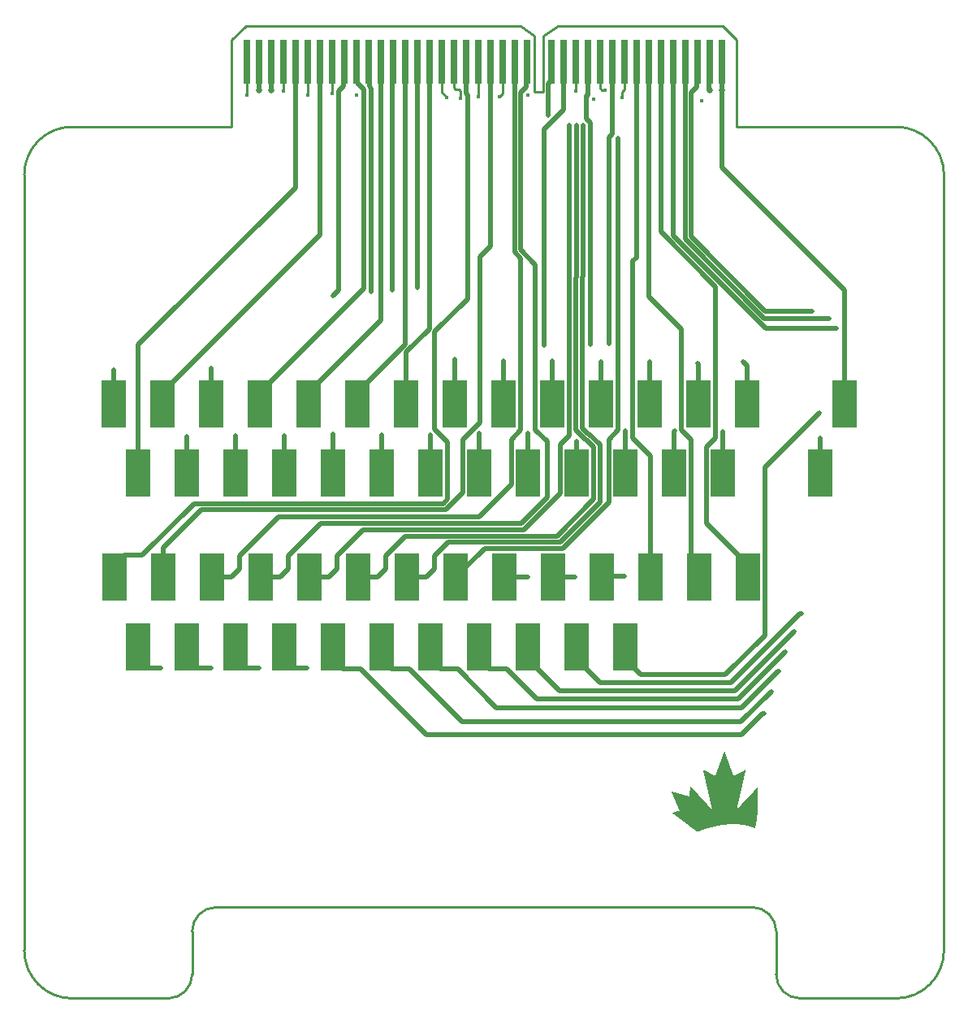
<source format=gbr>
G04*
G04 #@! TF.GenerationSoftware,Altium Limited,Altium Designer,22.11.1 (43)*
G04*
G04 Layer_Physical_Order=1*
G04 Layer_Color=255*
%FSLAX44Y44*%
%MOMM*%
G71*
G04*
G04 #@! TF.SameCoordinates,FC654CB9-28C8-48F1-B545-0E8A54867809*
G04*
G04*
G04 #@! TF.FilePolarity,Positive*
G04*
G01*
G75*
%ADD11C,0.2540*%
%ADD14R,2.5000X5.0000*%
%ADD15R,0.6600X4.5720*%
%ADD20C,0.5000*%
%ADD21C,0.2930*%
%ADD22C,0.6350*%
%ADD23C,0.4440*%
G36*
X710958Y223864D02*
X710928Y223995D01*
X710877Y224167D01*
X710857Y224349D01*
X710816Y224450D01*
X710776Y224612D01*
X710746Y224804D01*
X710695Y224976D01*
X710675Y225057D01*
X710655Y225219D01*
X710614Y225320D01*
X710594Y225401D01*
X710564Y225593D01*
X710543Y225674D01*
X710493Y225846D01*
X710462Y226038D01*
X710442Y226119D01*
X710412Y226210D01*
X710392Y226291D01*
X710371Y226473D01*
X710331Y226574D01*
X710291Y226736D01*
X710270Y226898D01*
X710250Y226958D01*
X710210Y227059D01*
X710159Y227353D01*
X710108Y227525D01*
X710078Y227717D01*
X710048Y227828D01*
X710007Y227969D01*
X709977Y228162D01*
X709927Y228333D01*
X709906Y228414D01*
X709876Y228607D01*
X709825Y228778D01*
X709805Y228859D01*
X709785Y229021D01*
X709744Y229122D01*
X709724Y229203D01*
X709704Y229345D01*
X709674Y229476D01*
X709623Y229648D01*
X709603Y229790D01*
X709573Y229901D01*
X709522Y230073D01*
X709492Y230285D01*
X709421Y230518D01*
X709390Y230710D01*
X709340Y230882D01*
X709320Y230963D01*
X709299Y231145D01*
X709259Y231246D01*
X709239Y231327D01*
X709219Y231468D01*
X709178Y231630D01*
X709138Y231772D01*
X709118Y231913D01*
X709087Y232025D01*
X709037Y232197D01*
X709006Y232389D01*
X708956Y232561D01*
X708935Y232641D01*
X708905Y232834D01*
X708855Y233006D01*
X708834Y233086D01*
X708804Y233279D01*
X708753Y233450D01*
X708733Y233531D01*
X708713Y233693D01*
X708672Y233794D01*
X708652Y233875D01*
X708632Y234017D01*
X708602Y234148D01*
X708551Y234320D01*
X708521Y234512D01*
X708470Y234684D01*
X708450Y234765D01*
X708420Y234957D01*
X708369Y235129D01*
X708349Y235210D01*
X708329Y235372D01*
X708288Y235473D01*
X708268Y235554D01*
X708248Y235695D01*
X708217Y235827D01*
X708167Y235999D01*
X708147Y236140D01*
X708116Y236272D01*
X708086Y236363D01*
X708066Y236444D01*
X708035Y236636D01*
X707965Y236868D01*
X707944Y237050D01*
X707904Y237152D01*
X707874Y237283D01*
X707833Y237505D01*
X707783Y237677D01*
X707762Y237819D01*
X707732Y237950D01*
X707682Y238122D01*
X707641Y238325D01*
X707671Y238355D01*
X707793Y238335D01*
X707853Y238274D01*
X707965Y238244D01*
X707995Y238213D01*
X708035Y238193D01*
X708764Y237809D01*
X708946Y237708D01*
X709047Y237667D01*
X709087Y237647D01*
X709128Y237607D01*
X709259Y237556D01*
X709289Y237526D01*
X709330Y237505D01*
X709390Y237485D01*
X709431Y237465D01*
X709552Y237384D01*
X709633Y237364D01*
X709694Y237303D01*
X709825Y237253D01*
X709856Y237222D01*
X709957Y237182D01*
X709997Y237162D01*
X710098Y237101D01*
X710402Y236939D01*
X711130Y236555D01*
X711352Y236434D01*
X711413Y236413D01*
X711453Y236393D01*
X711575Y236312D01*
X711656Y236292D01*
X711716Y236231D01*
X711828Y236201D01*
X711878Y236150D01*
X712010Y236100D01*
X712040Y236070D01*
X712080Y236049D01*
X712809Y235665D01*
X712990Y235564D01*
X713051Y235544D01*
X713152Y235483D01*
X714265Y234897D01*
X714447Y234795D01*
X714548Y234755D01*
X714588Y234735D01*
X714629Y234694D01*
X714760Y234644D01*
X714791Y234613D01*
X714831Y234593D01*
X715175Y234411D01*
X715276Y234371D01*
X715316Y234350D01*
X715357Y234310D01*
X715488Y234259D01*
X715519Y234229D01*
X715559Y234209D01*
X717015Y233440D01*
X717197Y233339D01*
X717298Y233299D01*
X717339Y233279D01*
X717379Y233238D01*
X717511Y233188D01*
X717541Y233157D01*
X717582Y233137D01*
X717642Y233117D01*
X717683Y233097D01*
X717804Y233016D01*
X717885Y232995D01*
X717946Y232935D01*
X718077Y232884D01*
X718108Y232854D01*
X718209Y232813D01*
X718249Y232793D01*
X718350Y232732D01*
X718653Y232571D01*
X719382Y232186D01*
X719604Y232065D01*
X719665Y232045D01*
X719766Y231984D01*
X720110Y231802D01*
X720292Y231701D01*
X720352Y231681D01*
X720383Y231691D01*
X720484Y231913D01*
X720504Y232014D01*
X720585Y232197D01*
X720605Y232298D01*
X720646Y232338D01*
X720676Y232449D01*
X720696Y232530D01*
X720767Y232702D01*
X720787Y232783D01*
X720868Y232965D01*
X720899Y233076D01*
X720949Y233188D01*
X720969Y233268D01*
X721050Y233471D01*
X721070Y233552D01*
X721151Y233734D01*
X721182Y233845D01*
X721212Y233916D01*
X721252Y234017D01*
X721273Y234098D01*
X721354Y234280D01*
X721374Y234401D01*
X721414Y234441D01*
X721455Y234583D01*
X721505Y234715D01*
X721536Y234745D01*
X721566Y234897D01*
X721637Y235068D01*
X721657Y235149D01*
X721738Y235331D01*
X721768Y235443D01*
X721839Y235614D01*
X721869Y235726D01*
X721920Y235817D01*
X721960Y235979D01*
X722041Y236161D01*
X722061Y236262D01*
X722102Y236302D01*
X722142Y236464D01*
X722223Y236646D01*
X722253Y236777D01*
X722284Y236808D01*
X722324Y236949D01*
X722426Y237212D01*
X722456Y237323D01*
X722486Y237354D01*
X722527Y237516D01*
X722607Y237698D01*
X722628Y237778D01*
X722709Y237961D01*
X722739Y238092D01*
X722790Y238183D01*
X722830Y238345D01*
X722850Y238385D01*
X722911Y238527D01*
X722941Y238638D01*
X722992Y238729D01*
X723032Y238891D01*
X723093Y239032D01*
X723113Y239113D01*
X723194Y239295D01*
X723224Y239407D01*
X723295Y239579D01*
X723315Y239660D01*
X723336Y239700D01*
X723396Y239841D01*
X723417Y239943D01*
X723497Y240125D01*
X723528Y240236D01*
X723558Y240266D01*
X723598Y240428D01*
X723679Y240610D01*
X723710Y240721D01*
X723760Y240833D01*
X723781Y240913D01*
X723831Y241045D01*
X723861Y241075D01*
X723892Y241227D01*
X723983Y241439D01*
X724013Y241551D01*
X724064Y241662D01*
X724084Y241743D01*
X724165Y241925D01*
X724195Y242056D01*
X724246Y242147D01*
X724266Y242228D01*
X724316Y242360D01*
X724367Y242471D01*
X724387Y242592D01*
X724428Y242633D01*
X724468Y242794D01*
X724549Y242976D01*
X724579Y243088D01*
X724650Y243260D01*
X724680Y243371D01*
X724751Y243543D01*
X724852Y243806D01*
X724883Y243917D01*
X724933Y244008D01*
X724964Y244139D01*
X725055Y244352D01*
X725075Y244453D01*
X725115Y244493D01*
X725146Y244625D01*
X725186Y244726D01*
X725237Y244837D01*
X725257Y244958D01*
X725318Y245060D01*
X725358Y245221D01*
X725439Y245403D01*
X725469Y245515D01*
X725500Y245545D01*
X725540Y245707D01*
X725621Y245889D01*
X725651Y246020D01*
X725722Y246152D01*
X725742Y246273D01*
X725823Y246455D01*
X725844Y246536D01*
X725904Y246677D01*
X725924Y246758D01*
X726005Y246940D01*
X726025Y247021D01*
X726106Y247203D01*
X726137Y247335D01*
X726187Y247426D01*
X726208Y247507D01*
X726309Y247770D01*
X726339Y247881D01*
X726369Y247911D01*
X726410Y248053D01*
X726430Y248134D01*
X726511Y248316D01*
X726531Y248397D01*
X726592Y248538D01*
X726622Y248649D01*
X726673Y248740D01*
X726693Y248821D01*
X726723Y248933D01*
X726754Y248963D01*
X726794Y249104D01*
X726895Y249367D01*
X726915Y249448D01*
X726976Y249590D01*
X726996Y249671D01*
X727077Y249853D01*
X727107Y249964D01*
X727178Y250136D01*
X727209Y250247D01*
X727259Y250338D01*
X727300Y250500D01*
X727381Y250682D01*
X727411Y250793D01*
X727441Y250824D01*
X727482Y250965D01*
X727502Y251046D01*
X727563Y251188D01*
X727583Y251269D01*
X727603Y251309D01*
X727664Y251451D01*
X727694Y251562D01*
X727745Y251673D01*
X727765Y251754D01*
X727805Y251855D01*
X727866Y251997D01*
X727886Y252098D01*
X727927Y252138D01*
X727957Y252250D01*
X727977Y252330D01*
X728048Y252502D01*
X728068Y252583D01*
X728149Y252765D01*
X728179Y252876D01*
X728230Y252988D01*
X728250Y253069D01*
X728331Y253271D01*
X728351Y253352D01*
X728432Y253534D01*
X728463Y253665D01*
X728533Y253797D01*
X728564Y253928D01*
X728634Y254100D01*
X728665Y254211D01*
X728695Y254242D01*
X728736Y254383D01*
X728837Y254646D01*
X728867Y254757D01*
X728897Y254788D01*
X728938Y254949D01*
X729019Y255131D01*
X729049Y255263D01*
X729079Y255293D01*
X729120Y255394D01*
X729140Y255516D01*
X729221Y255698D01*
X729241Y255779D01*
X729322Y255961D01*
X729342Y256062D01*
X729383Y256102D01*
X729423Y256264D01*
X729504Y256446D01*
X729535Y256578D01*
X729585Y256669D01*
X729605Y256749D01*
X729706Y257012D01*
X729737Y257124D01*
X729767Y257154D01*
X729808Y257316D01*
X729889Y257498D01*
X729909Y257599D01*
X729939Y257629D01*
X729979Y257609D01*
X730030Y257478D01*
X730050Y257437D01*
X730091Y257336D01*
X730121Y257225D01*
X730172Y257114D01*
X730212Y256952D01*
X730253Y256911D01*
X730293Y256749D01*
X730374Y256567D01*
X730404Y256456D01*
X730434Y256385D01*
X730475Y256284D01*
X730505Y256173D01*
X730576Y256001D01*
X730596Y255920D01*
X730677Y255738D01*
X730708Y255627D01*
X730758Y255536D01*
X730788Y255404D01*
X730859Y255233D01*
X730890Y255121D01*
X730940Y255030D01*
X730960Y254949D01*
X731011Y254818D01*
X731061Y254707D01*
X731082Y254585D01*
X731142Y254484D01*
X731183Y254322D01*
X731264Y254140D01*
X731284Y254039D01*
X731324Y253999D01*
X731365Y253837D01*
X731446Y253655D01*
X731476Y253524D01*
X731527Y253433D01*
X731567Y253271D01*
X731648Y253089D01*
X731668Y253008D01*
X731729Y252866D01*
X731749Y252785D01*
X731830Y252603D01*
X731860Y252492D01*
X731931Y252320D01*
X731962Y252209D01*
X732012Y252118D01*
X732032Y252037D01*
X732133Y251774D01*
X732164Y251663D01*
X732194Y251633D01*
X732234Y251471D01*
X732315Y251289D01*
X732346Y251157D01*
X732417Y251026D01*
X732437Y250905D01*
X732518Y250723D01*
X732548Y250611D01*
X732578Y250581D01*
X732619Y250439D01*
X732639Y250358D01*
X732680Y250318D01*
X732720Y250156D01*
X732801Y249954D01*
X732821Y249873D01*
X732902Y249691D01*
X732932Y249580D01*
X732983Y249468D01*
X733003Y249388D01*
X733054Y249256D01*
X733084Y249226D01*
X733124Y249044D01*
X733185Y248902D01*
X733246Y248740D01*
X733286Y248639D01*
X733317Y248528D01*
X733387Y248356D01*
X733408Y248275D01*
X733488Y248093D01*
X733519Y247982D01*
X733569Y247871D01*
X733590Y247790D01*
X733671Y247608D01*
X733701Y247476D01*
X733772Y247304D01*
X733792Y247224D01*
X733812Y247183D01*
X733873Y247041D01*
X733903Y246930D01*
X733954Y246839D01*
X733994Y246677D01*
X734075Y246495D01*
X734105Y246384D01*
X734136Y246354D01*
X734176Y246192D01*
X734257Y246010D01*
X734287Y245899D01*
X734318Y245828D01*
X734358Y245727D01*
X734389Y245616D01*
X734459Y245444D01*
X734490Y245333D01*
X734520Y245302D01*
X734560Y245161D01*
X734581Y245080D01*
X734641Y244938D01*
X734692Y244807D01*
X734742Y244695D01*
X734773Y244564D01*
X734844Y244392D01*
X734864Y244311D01*
X734884Y244271D01*
X734945Y244129D01*
X734975Y244018D01*
X735026Y243927D01*
X735056Y243795D01*
X735147Y243583D01*
X735167Y243482D01*
X735208Y243442D01*
X735248Y243280D01*
X735329Y243098D01*
X735349Y242976D01*
X735390Y242936D01*
X735430Y242794D01*
X735531Y242531D01*
X735562Y242420D01*
X735592Y242390D01*
X735632Y242228D01*
X735713Y242046D01*
X735744Y241915D01*
X735774Y241884D01*
X735814Y241743D01*
X735865Y241611D01*
X735895Y241581D01*
X735946Y241369D01*
X735976Y241338D01*
X736017Y241196D01*
X736118Y240934D01*
X736138Y240853D01*
X736199Y240711D01*
X736219Y240630D01*
X736300Y240448D01*
X736330Y240337D01*
X736381Y240226D01*
X736401Y240145D01*
X736441Y240044D01*
X736502Y239902D01*
X736522Y239801D01*
X736603Y239619D01*
X736634Y239508D01*
X736664Y239477D01*
X736684Y239396D01*
X736714Y239285D01*
X736785Y239113D01*
X736815Y239002D01*
X736846Y238972D01*
X736886Y238830D01*
X736937Y238699D01*
X736967Y238668D01*
X736998Y238517D01*
X737028Y238446D01*
X737068Y238345D01*
X737088Y238264D01*
X737169Y238082D01*
X737200Y237971D01*
X737271Y237799D01*
X737291Y237718D01*
X737372Y237536D01*
X737392Y237435D01*
X737473Y237253D01*
X737493Y237152D01*
X737533Y237111D01*
X737574Y236949D01*
X737655Y236767D01*
X737685Y236636D01*
X737736Y236545D01*
X737756Y236464D01*
X737806Y236332D01*
X737857Y236221D01*
X737877Y236100D01*
X737918Y236059D01*
X737958Y235918D01*
X737978Y235837D01*
X738059Y235655D01*
X738080Y235574D01*
X738140Y235432D01*
X738170Y235321D01*
X738221Y235230D01*
X738261Y235068D01*
X738282Y235028D01*
X738342Y234886D01*
X738373Y234775D01*
X738423Y234684D01*
X738454Y234553D01*
X738545Y234340D01*
X738565Y234239D01*
X738605Y234199D01*
X738646Y234037D01*
X738727Y233855D01*
X738757Y233724D01*
X738808Y233633D01*
X738848Y233471D01*
X738929Y233289D01*
X738959Y233177D01*
X738990Y233147D01*
X739030Y232985D01*
X739111Y232803D01*
X739141Y232692D01*
X739212Y232520D01*
X739242Y232409D01*
X739293Y232318D01*
X739313Y232237D01*
X739344Y232126D01*
X739374Y232095D01*
X739414Y231954D01*
X739465Y231822D01*
X739526Y231681D01*
X739627Y231701D01*
X739687Y231762D01*
X739768Y231782D01*
X739809Y231822D01*
X739910Y231863D01*
X740011Y231923D01*
X740355Y232106D01*
X740456Y232146D01*
X740496Y232166D01*
X740537Y232207D01*
X740638Y232247D01*
X740739Y232308D01*
X741467Y232692D01*
X741649Y232793D01*
X741750Y232834D01*
X741791Y232854D01*
X741831Y232894D01*
X741963Y232945D01*
X742094Y233016D01*
X742195Y233076D01*
X742377Y233177D01*
X742478Y233218D01*
X742519Y233238D01*
X742559Y233279D01*
X742661Y233319D01*
X742762Y233380D01*
X742863Y233420D01*
X742903Y233440D01*
X742944Y233481D01*
X743075Y233531D01*
X743126Y233582D01*
X743257Y233633D01*
X743287Y233663D01*
X743389Y233703D01*
X743490Y233764D01*
X743833Y233946D01*
X743935Y233986D01*
X743975Y234007D01*
X744096Y234088D01*
X744177Y234108D01*
X744238Y234168D01*
X744370Y234219D01*
X744400Y234249D01*
X744501Y234290D01*
X744541Y234310D01*
X744582Y234350D01*
X744713Y234401D01*
X744784Y234452D01*
X744885Y234492D01*
X744926Y234512D01*
X744966Y234553D01*
X745098Y234603D01*
X745128Y234634D01*
X745229Y234674D01*
X745269Y234694D01*
X745310Y234735D01*
X745441Y234785D01*
X745512Y234836D01*
X745573Y234856D01*
X745674Y234917D01*
X745856Y235018D01*
X748040Y236171D01*
X748263Y236292D01*
X748364Y236332D01*
X748404Y236353D01*
X748445Y236393D01*
X748576Y236444D01*
X748627Y236494D01*
X748738Y236525D01*
X748768Y236555D01*
X748809Y236575D01*
X748991Y236676D01*
X749092Y236717D01*
X749132Y236737D01*
X749173Y236777D01*
X749274Y236818D01*
X749314Y236838D01*
X749416Y236899D01*
X749719Y237061D01*
X750447Y237445D01*
X750548Y237485D01*
X750589Y237505D01*
X750629Y237546D01*
X750730Y237586D01*
X750771Y237607D01*
X750892Y237687D01*
X750973Y237708D01*
X751034Y237768D01*
X751145Y237799D01*
X751195Y237849D01*
X751327Y237900D01*
X751377Y237950D01*
X751509Y238001D01*
X751640Y238072D01*
X751741Y238132D01*
X752085Y238314D01*
X752186Y238355D01*
X752257Y238345D01*
X752237Y238163D01*
X752217Y238102D01*
X752197Y237961D01*
X752156Y237859D01*
X752116Y237617D01*
X752085Y237505D01*
X752055Y237414D01*
X752035Y237334D01*
X752014Y237152D01*
X751974Y237050D01*
X751954Y236970D01*
X751934Y236828D01*
X751903Y236696D01*
X751853Y236525D01*
X751833Y236444D01*
X751812Y236282D01*
X751772Y236181D01*
X751731Y235938D01*
X751711Y235857D01*
X751650Y235655D01*
X751620Y235463D01*
X751600Y235382D01*
X751570Y235291D01*
X751549Y235210D01*
X751519Y235018D01*
X751468Y234846D01*
X751448Y234765D01*
X751418Y234573D01*
X751387Y234482D01*
X751347Y234320D01*
X751327Y234158D01*
X751286Y234057D01*
X751266Y233976D01*
X751236Y233784D01*
X751216Y233703D01*
X751185Y233612D01*
X751165Y233531D01*
X751135Y233339D01*
X751084Y233167D01*
X751064Y233086D01*
X751034Y232894D01*
X750983Y232722D01*
X750963Y232641D01*
X750943Y232480D01*
X750902Y232379D01*
X750882Y232298D01*
X750862Y232156D01*
X750831Y232025D01*
X750781Y231853D01*
X750760Y231711D01*
X750700Y231489D01*
X750680Y231408D01*
X750649Y231216D01*
X750599Y231044D01*
X750579Y230963D01*
X750548Y230791D01*
X750528Y230710D01*
X750498Y230619D01*
X750477Y230477D01*
X750447Y230346D01*
X750396Y230174D01*
X750376Y230032D01*
X750316Y229810D01*
X750295Y229729D01*
X750275Y229587D01*
X750245Y229476D01*
X750194Y229304D01*
X750164Y229112D01*
X750144Y229031D01*
X750113Y228940D01*
X750093Y228859D01*
X750063Y228667D01*
X750012Y228495D01*
X749992Y228414D01*
X749972Y228232D01*
X749931Y228131D01*
X749911Y228050D01*
X749891Y227909D01*
X749861Y227798D01*
X749810Y227626D01*
X749770Y227363D01*
X749729Y227262D01*
X749709Y227181D01*
X749678Y226989D01*
X749628Y226817D01*
X749608Y226736D01*
X749577Y226544D01*
X749527Y226372D01*
X749507Y226291D01*
X749486Y226129D01*
X749446Y226028D01*
X749426Y225947D01*
X749406Y225805D01*
X749375Y225674D01*
X749325Y225502D01*
X749294Y225310D01*
X749244Y225138D01*
X749223Y225057D01*
X749193Y224865D01*
X749143Y224693D01*
X749122Y224612D01*
X749092Y224420D01*
X749062Y224329D01*
X749021Y224167D01*
X749001Y224005D01*
X748960Y223904D01*
X748920Y223743D01*
X748900Y223560D01*
X748859Y223459D01*
X748839Y223378D01*
X748809Y223186D01*
X748758Y223014D01*
X748738Y222934D01*
X748708Y222741D01*
X748637Y222509D01*
X748607Y222317D01*
X748556Y222145D01*
X748536Y222003D01*
X748505Y221872D01*
X748455Y221700D01*
X748435Y221558D01*
X748374Y221336D01*
X748354Y221255D01*
X748334Y221113D01*
X748303Y221002D01*
X748253Y220830D01*
X748222Y220638D01*
X748172Y220466D01*
X748151Y220385D01*
X748121Y220193D01*
X748071Y220021D01*
X748050Y219940D01*
X748030Y219758D01*
X747990Y219657D01*
X747970Y219576D01*
X747949Y219435D01*
X747929Y219354D01*
X747868Y219151D01*
X747848Y219010D01*
X747818Y218878D01*
X747787Y218787D01*
X747767Y218706D01*
X747737Y218514D01*
X747686Y218342D01*
X747666Y218262D01*
X747636Y218069D01*
X747565Y217837D01*
X747545Y217655D01*
X747504Y217554D01*
X747484Y217473D01*
X747454Y217281D01*
X747433Y217200D01*
X747383Y217028D01*
X747363Y216886D01*
X747302Y216664D01*
X747282Y216583D01*
X747252Y216391D01*
X747201Y216219D01*
X747181Y216138D01*
X747150Y215946D01*
X747100Y215814D01*
X747080Y215673D01*
X747049Y215521D01*
X746999Y215349D01*
X746979Y215208D01*
X746948Y215076D01*
X746918Y214985D01*
X746898Y214904D01*
X746877Y214763D01*
X746817Y214540D01*
X746796Y214459D01*
X746776Y214318D01*
X746746Y214206D01*
X746715Y214115D01*
X746695Y214035D01*
X746675Y213853D01*
X746635Y213751D01*
X746614Y213671D01*
X746594Y213529D01*
X746564Y213397D01*
X746513Y213225D01*
X746493Y213145D01*
X746473Y212983D01*
X746432Y212882D01*
X746412Y212801D01*
X746382Y212609D01*
X746362Y212528D01*
X746311Y212356D01*
X746281Y212164D01*
X746230Y211992D01*
X746210Y211911D01*
X746180Y211719D01*
X746129Y211547D01*
X746109Y211466D01*
X746078Y211274D01*
X746028Y211142D01*
X745977Y210849D01*
X745927Y210677D01*
X745897Y210485D01*
X745876Y210404D01*
X745846Y210313D01*
X745826Y210232D01*
X745795Y210040D01*
X745745Y209868D01*
X745724Y209787D01*
X745694Y209595D01*
X745654Y209494D01*
X745633Y209393D01*
X745593Y209170D01*
X745543Y208999D01*
X745522Y208857D01*
X745492Y208725D01*
X745441Y208554D01*
X745421Y208412D01*
X745360Y208190D01*
X745340Y208109D01*
X745310Y207917D01*
X745259Y207745D01*
X745239Y207664D01*
X745209Y207492D01*
X745158Y207320D01*
X745138Y207178D01*
X745108Y207047D01*
X745057Y206875D01*
X745037Y206733D01*
X744976Y206511D01*
X744956Y206430D01*
X744936Y206288D01*
X744905Y206177D01*
X744855Y206005D01*
X744825Y205813D01*
X744804Y205732D01*
X744774Y205641D01*
X744754Y205560D01*
X744723Y205368D01*
X744673Y205196D01*
X744653Y205115D01*
X744622Y204923D01*
X744572Y204751D01*
X744551Y204610D01*
X744521Y204499D01*
X744471Y204327D01*
X744440Y204134D01*
X744420Y204053D01*
X744370Y203882D01*
X744339Y203689D01*
X744289Y203518D01*
X744268Y203437D01*
X744238Y203245D01*
X744187Y203073D01*
X744167Y202992D01*
X744147Y202830D01*
X744107Y202729D01*
X744086Y202648D01*
X744066Y202506D01*
X744036Y202375D01*
X743985Y202203D01*
X743955Y202011D01*
X743904Y201839D01*
X743884Y201758D01*
X743854Y201566D01*
X743803Y201394D01*
X743783Y201313D01*
X743753Y201121D01*
X743702Y200989D01*
X743652Y200696D01*
X743601Y200524D01*
X743581Y200443D01*
X743560Y200261D01*
X743520Y200160D01*
X743500Y200079D01*
X743469Y199887D01*
X743419Y199715D01*
X743399Y199634D01*
X743368Y199442D01*
X743298Y199210D01*
X743267Y199018D01*
X743217Y198846D01*
X743196Y198704D01*
X743166Y198573D01*
X743115Y198401D01*
X743095Y198320D01*
X743075Y198158D01*
X743035Y198057D01*
X742994Y197814D01*
X742974Y197733D01*
X742913Y197531D01*
X742883Y197339D01*
X742832Y197167D01*
X742812Y197086D01*
X742792Y196924D01*
X742772Y196864D01*
X742731Y196763D01*
X742751Y196702D01*
X742782Y196692D01*
X742812Y196722D01*
X742832Y196763D01*
X742903Y196813D01*
X742954Y196884D01*
X743115Y197046D01*
X743136Y197086D01*
X743196Y197127D01*
X743217Y197167D01*
X743399Y197349D01*
X743419Y197389D01*
X743480Y197430D01*
X743500Y197470D01*
X743763Y197733D01*
X743783Y197774D01*
X743965Y197956D01*
X743985Y197996D01*
X744167Y198178D01*
X744187Y198219D01*
X744390Y198421D01*
X744400Y198451D01*
X744440Y198472D01*
X744491Y198542D01*
X744754Y198805D01*
X744774Y198846D01*
X745037Y199109D01*
X745057Y199149D01*
X745239Y199331D01*
X745259Y199371D01*
X745441Y199554D01*
X745462Y199594D01*
X745492Y199624D01*
X745522Y199634D01*
X745543Y199675D01*
X745724Y199857D01*
X745745Y199897D01*
X745775Y199928D01*
X745805Y199938D01*
X745826Y199978D01*
X746028Y200180D01*
X746038Y200211D01*
X746078Y200231D01*
X746129Y200302D01*
X746291Y200464D01*
X746311Y200504D01*
X746493Y200686D01*
X746513Y200727D01*
X746715Y200929D01*
X746726Y200959D01*
X746766Y200979D01*
X746796Y201010D01*
X746817Y201050D01*
X746999Y201232D01*
X747019Y201273D01*
X747080Y201313D01*
X747100Y201353D01*
X747363Y201616D01*
X747383Y201657D01*
X747565Y201839D01*
X747585Y201879D01*
X747767Y202061D01*
X747787Y202102D01*
X748050Y202365D01*
X748071Y202405D01*
X748334Y202668D01*
X748354Y202709D01*
X748384Y202739D01*
X748415Y202749D01*
X748435Y202789D01*
X748637Y202992D01*
X748657Y203032D01*
X748839Y203214D01*
X748859Y203255D01*
X749041Y203437D01*
X749062Y203477D01*
X749102Y203497D01*
X749122Y203538D01*
X749325Y203740D01*
X749345Y203780D01*
X749608Y204043D01*
X749628Y204084D01*
X749689Y204124D01*
X749709Y204165D01*
X749891Y204347D01*
X749911Y204387D01*
X750134Y204610D01*
X750154Y204650D01*
X750316Y204812D01*
X750326Y204842D01*
X750366Y204862D01*
X750467Y204984D01*
X750599Y205115D01*
X750609Y205146D01*
X750649Y205166D01*
X750750Y205287D01*
X750882Y205419D01*
X750892Y205449D01*
X750932Y205469D01*
X750963Y205500D01*
X750983Y205540D01*
X751226Y205783D01*
X751246Y205823D01*
X751448Y206026D01*
X751468Y206066D01*
X751650Y206248D01*
X751671Y206288D01*
X751934Y206551D01*
X751954Y206592D01*
X752217Y206855D01*
X752237Y206895D01*
X752267Y206926D01*
X752298Y206936D01*
X752318Y206976D01*
X752500Y207158D01*
X752520Y207199D01*
X752702Y207381D01*
X752722Y207421D01*
X752925Y207623D01*
X752945Y207664D01*
X753006Y207704D01*
X753026Y207745D01*
X753208Y207927D01*
X753228Y207967D01*
X753289Y208008D01*
X753309Y208048D01*
X753491Y208230D01*
X753511Y208270D01*
X753572Y208311D01*
X753592Y208351D01*
X753774Y208533D01*
X753794Y208574D01*
X753976Y208756D01*
X753997Y208796D01*
X754179Y208978D01*
X754199Y209019D01*
X754270Y209069D01*
X754320Y209140D01*
X754462Y209282D01*
X754482Y209322D01*
X754543Y209363D01*
X754563Y209403D01*
X754846Y209686D01*
X754866Y209727D01*
X755048Y209909D01*
X755068Y209949D01*
X755250Y210131D01*
X755271Y210172D01*
X755534Y210434D01*
X755554Y210475D01*
X755817Y210738D01*
X755837Y210778D01*
X755867Y210809D01*
X755898Y210819D01*
X755918Y210859D01*
X756100Y211041D01*
X756120Y211082D01*
X756322Y211284D01*
X756343Y211324D01*
X756525Y211506D01*
X756535Y211537D01*
X756575Y211557D01*
X756626Y211628D01*
X756808Y211810D01*
X756828Y211850D01*
X756869Y211870D01*
X756889Y211911D01*
X757091Y212113D01*
X757101Y212143D01*
X757141Y212164D01*
X757172Y212194D01*
X757192Y212234D01*
X757374Y212416D01*
X757394Y212457D01*
X757435Y212477D01*
X757455Y212518D01*
X757597Y212659D01*
X757617Y212700D01*
X757779Y212861D01*
X757789Y212892D01*
X757829Y212912D01*
X757859Y212942D01*
X757880Y212983D01*
X758082Y213185D01*
X758092Y213215D01*
X758132Y213236D01*
X758183Y213306D01*
X758426Y213549D01*
X758446Y213590D01*
X758709Y213853D01*
X758729Y213893D01*
X758871Y214035D01*
X758881Y214065D01*
X758911Y214075D01*
X758931Y214115D01*
X759134Y214318D01*
X759154Y214358D01*
X759214Y214399D01*
X759235Y214439D01*
X759417Y214621D01*
X759437Y214662D01*
X759498Y214702D01*
X759518Y214742D01*
X759700Y214924D01*
X759720Y214965D01*
X759781Y215005D01*
X759801Y215046D01*
X759983Y215228D01*
X760003Y215268D01*
X760185Y215450D01*
X760206Y215491D01*
X760408Y215693D01*
X760418Y215723D01*
X760458Y215744D01*
X760489Y215774D01*
X760509Y215814D01*
X760671Y215976D01*
X760691Y216017D01*
X760752Y216057D01*
X760772Y216098D01*
X760974Y216300D01*
X760984Y216330D01*
X761025Y216350D01*
X761075Y216421D01*
X761257Y216603D01*
X761277Y216644D01*
X761460Y216826D01*
X761480Y216866D01*
X761743Y217129D01*
X761763Y217169D01*
X762026Y217432D01*
X762046Y217473D01*
X762309Y217736D01*
X762329Y217776D01*
X762531Y217978D01*
X762552Y218019D01*
X762734Y218201D01*
X762754Y218241D01*
X763017Y218504D01*
X763037Y218545D01*
X763300Y218808D01*
X763320Y218848D01*
X763381Y218888D01*
X763401Y218929D01*
X763583Y219111D01*
X763603Y219151D01*
X763785Y219333D01*
X763806Y219374D01*
X763988Y219556D01*
X764008Y219596D01*
X764069Y219637D01*
X764089Y219677D01*
X764271Y219859D01*
X764291Y219900D01*
X764352Y219940D01*
X764372Y219981D01*
X764574Y220183D01*
X764584Y220213D01*
X764625Y220233D01*
X764655Y220264D01*
X764675Y220304D01*
X764736Y220365D01*
X764756Y220405D01*
X764827Y220436D01*
X764857Y220405D01*
X764827Y213114D01*
X764807Y211881D01*
X764797Y211830D01*
X764817Y211769D01*
X764807Y211537D01*
X764817Y211446D01*
X764797Y211385D01*
X764776Y209484D01*
X764756Y209423D01*
X764736Y205985D01*
X764716Y205924D01*
X764736Y205843D01*
X764716Y205702D01*
X764696Y204367D01*
X764675Y204306D01*
X764645Y202112D01*
X764625Y201101D01*
X764604Y200615D01*
X764584Y200049D01*
X764564Y199341D01*
X764544Y198148D01*
X764503Y197116D01*
X764483Y196692D01*
X764463Y195964D01*
X764443Y195033D01*
X764422Y194548D01*
X764392Y193951D01*
X764372Y193628D01*
X764342Y192788D01*
X764321Y192505D01*
X764301Y192303D01*
X764281Y192060D01*
X764261Y191595D01*
X764240Y191271D01*
X764220Y191069D01*
X764200Y190907D01*
X764180Y190685D01*
X764159Y190280D01*
X764139Y190038D01*
X764109Y189765D01*
X764089Y189684D01*
X764069Y189239D01*
X764048Y189037D01*
X764028Y188895D01*
X764008Y188814D01*
X763988Y188551D01*
X763967Y188410D01*
X763947Y188066D01*
X763927Y188005D01*
X763897Y187813D01*
X763876Y187591D01*
X763856Y187348D01*
X763816Y187105D01*
X763785Y186832D01*
X763755Y186539D01*
X763715Y186336D01*
X763654Y185791D01*
X763634Y185710D01*
X763614Y185608D01*
X763583Y185335D01*
X763553Y185123D01*
X763512Y184921D01*
X763482Y184648D01*
X763452Y184456D01*
X763411Y184294D01*
X763371Y183930D01*
X763330Y183768D01*
X763310Y183667D01*
X763290Y183485D01*
X763249Y183262D01*
X763229Y183181D01*
X763209Y183080D01*
X763189Y182898D01*
X763158Y182706D01*
X763138Y182645D01*
X763118Y182565D01*
X763098Y182362D01*
X763077Y182281D01*
X763047Y182150D01*
X763027Y182069D01*
X763007Y181948D01*
X762987Y181786D01*
X762926Y181543D01*
X762906Y181422D01*
X762865Y181199D01*
X762835Y181088D01*
X762815Y181007D01*
X762784Y180775D01*
X762764Y180694D01*
X762734Y180583D01*
X762713Y180502D01*
X762693Y180299D01*
X762653Y180198D01*
X762612Y180037D01*
X762592Y179855D01*
X762552Y179753D01*
X762511Y179511D01*
X762481Y179379D01*
X762430Y179207D01*
X762410Y179066D01*
X762380Y178955D01*
X762329Y178783D01*
X762299Y178590D01*
X762248Y178419D01*
X762228Y178338D01*
X762198Y178166D01*
X762157Y178064D01*
X762137Y177984D01*
X762097Y177761D01*
X762046Y177630D01*
X762016Y177438D01*
X761975Y177357D01*
X761834Y177377D01*
X761773Y177397D01*
X761591Y177478D01*
X761510Y177498D01*
X761328Y177579D01*
X761197Y177630D01*
X761085Y177680D01*
X760974Y177711D01*
X760883Y177761D01*
X760802Y177781D01*
X760539Y177882D01*
X760428Y177913D01*
X760398Y177943D01*
X760236Y177984D01*
X760054Y178064D01*
X759922Y178095D01*
X759791Y178166D01*
X759670Y178186D01*
X759488Y178267D01*
X759366Y178287D01*
X759184Y178368D01*
X759083Y178388D01*
X758941Y178449D01*
X758861Y178469D01*
X758658Y178550D01*
X758527Y178580D01*
X758426Y178621D01*
X758203Y178681D01*
X758092Y178732D01*
X758011Y178752D01*
X757880Y178783D01*
X757768Y178833D01*
X757688Y178853D01*
X757576Y178884D01*
X757465Y178934D01*
X757293Y178965D01*
X757121Y179035D01*
X756949Y179066D01*
X756777Y179137D01*
X756616Y179157D01*
X756474Y179217D01*
X756393Y179238D01*
X756272Y179258D01*
X756130Y179319D01*
X756049Y179339D01*
X755898Y179369D01*
X755766Y179420D01*
X755594Y179450D01*
X755362Y179521D01*
X755149Y179571D01*
X755058Y179602D01*
X754977Y179622D01*
X754765Y179672D01*
X754654Y179703D01*
X754573Y179723D01*
X754411Y179743D01*
X754270Y179804D01*
X754007Y179844D01*
X753905Y179885D01*
X753825Y179905D01*
X753683Y179925D01*
X753602Y179946D01*
X753400Y180006D01*
X753208Y180037D01*
X753127Y180057D01*
X753016Y180087D01*
X752935Y180107D01*
X752743Y180138D01*
X752631Y180168D01*
X752469Y180208D01*
X752267Y180229D01*
X752166Y180269D01*
X752035Y180299D01*
X751853Y180320D01*
X751752Y180340D01*
X751640Y180370D01*
X751559Y180390D01*
X751357Y180411D01*
X751276Y180431D01*
X751165Y180461D01*
X751064Y180481D01*
X750902Y180502D01*
X750680Y180542D01*
X750599Y180562D01*
X750498Y180583D01*
X750295Y180603D01*
X750174Y180623D01*
X750012Y180663D01*
X749891Y180684D01*
X749689Y180704D01*
X749466Y180744D01*
X749385Y180765D01*
X749112Y180795D01*
X748900Y180825D01*
X748698Y180866D01*
X748536Y180886D01*
X748293Y180906D01*
X748172Y180926D01*
X748071Y180947D01*
X747949Y180967D01*
X747707Y180987D01*
X747504Y181007D01*
X747383Y181028D01*
X747282Y181048D01*
X747120Y181068D01*
X746837Y181088D01*
X746635Y181108D01*
X746372Y181149D01*
X746170Y181169D01*
X745846Y181189D01*
X745623Y181210D01*
X745350Y181240D01*
X745269Y181260D01*
X744653Y181290D01*
X744410Y181311D01*
X744248Y181331D01*
X744005Y181351D01*
X743682Y181371D01*
X743075Y181392D01*
X742751Y181412D01*
X742468Y181432D01*
X742084Y181452D01*
X741133Y181472D01*
X737604Y181483D01*
X737544Y181462D01*
X736189Y181442D01*
X736128Y181422D01*
X735592Y181392D01*
X734945Y181371D01*
X734601Y181351D01*
X734358Y181331D01*
X734156Y181311D01*
X733913Y181290D01*
X733468Y181270D01*
X733185Y181250D01*
X732861Y181210D01*
X732639Y181189D01*
X732255Y181169D01*
X732053Y181149D01*
X731638Y181098D01*
X731375Y181078D01*
X731051Y181058D01*
X730991Y181038D01*
X730799Y181007D01*
X730556Y180987D01*
X730293Y180967D01*
X730030Y180926D01*
X729909Y180906D01*
X729625Y180886D01*
X729444Y180866D01*
X729322Y180846D01*
X729221Y180825D01*
X728675Y180765D01*
X728473Y180724D01*
X728200Y180694D01*
X727947Y180663D01*
X727745Y180623D01*
X727472Y180593D01*
X727259Y180562D01*
X727178Y180542D01*
X727077Y180522D01*
X726875Y180502D01*
X726713Y180481D01*
X726511Y180441D01*
X726430Y180421D01*
X726228Y180401D01*
X726066Y180380D01*
X725904Y180340D01*
X725783Y180320D01*
X725601Y180299D01*
X725378Y180259D01*
X725267Y180229D01*
X725065Y180208D01*
X724873Y180178D01*
X724761Y180148D01*
X724680Y180128D01*
X724428Y180097D01*
X724327Y180077D01*
X724165Y180037D01*
X723781Y179976D01*
X723619Y179935D01*
X723457Y179915D01*
X723336Y179895D01*
X723255Y179875D01*
X723143Y179844D01*
X723002Y179824D01*
X722840Y179804D01*
X722779Y179784D01*
X722537Y179723D01*
X722314Y179703D01*
X722213Y179662D01*
X722132Y179642D01*
X721839Y179592D01*
X721758Y179571D01*
X721647Y179541D01*
X721354Y179490D01*
X721273Y179470D01*
X721161Y179440D01*
X720949Y179410D01*
X720777Y179359D01*
X720696Y179339D01*
X720514Y179319D01*
X720453Y179298D01*
X720312Y179258D01*
X720231Y179238D01*
X720049Y179217D01*
X719948Y179177D01*
X719867Y179157D01*
X719725Y179137D01*
X719614Y179106D01*
X719442Y179056D01*
X719250Y179025D01*
X719169Y179005D01*
X718997Y178955D01*
X718805Y178924D01*
X718573Y178853D01*
X718411Y178833D01*
X718310Y178793D01*
X718148Y178752D01*
X717986Y178732D01*
X717844Y178671D01*
X717582Y178631D01*
X717440Y178570D01*
X717248Y178540D01*
X717015Y178469D01*
X716853Y178449D01*
X716752Y178408D01*
X716611Y178368D01*
X716459Y178338D01*
X716227Y178267D01*
X716085Y178247D01*
X715943Y178186D01*
X715802Y178166D01*
X715691Y178135D01*
X715559Y178085D01*
X715387Y178054D01*
X715155Y177984D01*
X715003Y177953D01*
X714872Y177903D01*
X714791Y177882D01*
X714609Y177842D01*
X714507Y177802D01*
X714426Y177781D01*
X714275Y177751D01*
X714164Y177701D01*
X714022Y177680D01*
X713830Y177610D01*
X713628Y177569D01*
X713527Y177529D01*
X713436Y177498D01*
X713223Y177448D01*
X713092Y177397D01*
X712940Y177367D01*
X712839Y177326D01*
X712728Y177296D01*
X712606Y177276D01*
X712465Y177215D01*
X712252Y177164D01*
X712141Y177114D01*
X711989Y177084D01*
X711888Y177043D01*
X711777Y177013D01*
X711646Y176982D01*
X711544Y176942D01*
X711322Y176881D01*
X711221Y176841D01*
X710998Y176780D01*
X710897Y176740D01*
X710675Y176679D01*
X710543Y176629D01*
X710361Y176588D01*
X710220Y176528D01*
X710088Y176497D01*
X709987Y176457D01*
X709765Y176396D01*
X709653Y176345D01*
X709573Y176325D01*
X709471Y176305D01*
X709330Y176244D01*
X709168Y176204D01*
X709026Y176143D01*
X708895Y176113D01*
X708794Y176072D01*
X708703Y176042D01*
X708571Y176012D01*
X708400Y175941D01*
X708288Y175911D01*
X708177Y175860D01*
X708096Y175840D01*
X707985Y175809D01*
X707874Y175759D01*
X707742Y175729D01*
X707641Y175688D01*
X707550Y175658D01*
X707469Y175638D01*
X707267Y175557D01*
X707146Y175536D01*
X706964Y175455D01*
X706852Y175425D01*
X706741Y175375D01*
X706660Y175354D01*
X706549Y175324D01*
X706519Y175294D01*
X706357Y175253D01*
X706094Y175152D01*
X705993Y175132D01*
X705851Y175071D01*
X705770Y175051D01*
X705588Y174970D01*
X705457Y174940D01*
X705366Y174889D01*
X705285Y174869D01*
X705174Y174839D01*
X705143Y174808D01*
X704982Y174768D01*
X704799Y174687D01*
X704668Y174657D01*
X704496Y174586D01*
X704415Y174566D01*
X704233Y174485D01*
X704122Y174454D01*
X703950Y174384D01*
X703839Y174353D01*
X703808Y174323D01*
X703667Y174282D01*
X703586Y174262D01*
X703485Y174202D01*
X703353Y174171D01*
X703182Y174100D01*
X703070Y174070D01*
X703040Y174040D01*
X702838Y173979D01*
X702797Y173959D01*
X702656Y173898D01*
X702544Y173868D01*
X702514Y173838D01*
X702373Y173797D01*
X702292Y173777D01*
X702251Y173736D01*
X702089Y173696D01*
X701907Y173615D01*
X701786Y173575D01*
X701644Y173655D01*
X701604Y173696D01*
X701503Y173757D01*
X701462Y173797D01*
X701371Y173848D01*
X701361Y173878D01*
X701260Y173939D01*
X701220Y173979D01*
X701179Y173999D01*
X701068Y174090D01*
X700997Y174141D01*
X700957Y174181D01*
X700856Y174242D01*
X700815Y174282D01*
X700775Y174303D01*
X700593Y174444D01*
X700340Y174636D01*
X700229Y174707D01*
X700168Y174768D01*
X700067Y174829D01*
X700026Y174869D01*
X699986Y174889D01*
X699925Y174950D01*
X699824Y175011D01*
X699784Y175051D01*
X699743Y175071D01*
X699693Y175102D01*
X699683Y175132D01*
X699642Y175152D01*
X699389Y175344D01*
X699318Y175395D01*
X699278Y175435D01*
X699177Y175496D01*
X699137Y175536D01*
X699035Y175597D01*
X698995Y175638D01*
X698954Y175658D01*
X698894Y175718D01*
X698853Y175739D01*
X698742Y175830D01*
X698631Y175900D01*
X698590Y175941D01*
X698550Y175961D01*
X698489Y176022D01*
X698388Y176082D01*
X698348Y176123D01*
X698247Y176184D01*
X698206Y176224D01*
X698166Y176244D01*
X698105Y176305D01*
X698065Y176325D01*
X697953Y176416D01*
X697872Y176457D01*
X697862Y176487D01*
X697822Y176507D01*
X697711Y176598D01*
X697599Y176669D01*
X697559Y176709D01*
X697518Y176730D01*
X697458Y176790D01*
X697417Y176811D01*
X697306Y176902D01*
X697195Y176972D01*
X697154Y177013D01*
X697114Y177033D01*
X697053Y177094D01*
X696952Y177154D01*
X696912Y177195D01*
X696871Y177215D01*
X696821Y177245D01*
X696811Y177276D01*
X696710Y177336D01*
X696669Y177377D01*
X696629Y177397D01*
X696517Y177488D01*
X696366Y177599D01*
X696325Y177620D01*
X696264Y177680D01*
X696224Y177701D01*
X696184Y177741D01*
X696143Y177761D01*
X696032Y177852D01*
X695911Y177933D01*
X695880Y177963D01*
X695840Y177984D01*
X695779Y178044D01*
X695678Y178105D01*
X695617Y178166D01*
X695516Y178226D01*
X695476Y178267D01*
X695435Y178287D01*
X695375Y178348D01*
X695274Y178408D01*
X695233Y178449D01*
X695193Y178469D01*
X695081Y178560D01*
X695011Y178611D01*
X694758Y178803D01*
X694727Y178833D01*
X694626Y178894D01*
X694586Y178934D01*
X694485Y178995D01*
X694444Y179035D01*
X694404Y179056D01*
X694343Y179116D01*
X694303Y179137D01*
X694192Y179228D01*
X694080Y179298D01*
X694040Y179339D01*
X693999Y179359D01*
X693939Y179420D01*
X693838Y179480D01*
X693797Y179521D01*
X693696Y179581D01*
X693635Y179642D01*
X693595Y179662D01*
X693554Y179703D01*
X693514Y179723D01*
X693403Y179814D01*
X693322Y179855D01*
X693312Y179885D01*
X693271Y179905D01*
X693160Y179996D01*
X693049Y180067D01*
X693008Y180107D01*
X692968Y180128D01*
X692907Y180188D01*
X692806Y180249D01*
X692745Y180310D01*
X692644Y180370D01*
X692604Y180411D01*
X692563Y180431D01*
X692503Y180492D01*
X692402Y180552D01*
X692361Y180593D01*
X692321Y180613D01*
X692280Y180653D01*
X692240Y180674D01*
X692129Y180765D01*
X692007Y180846D01*
X691957Y180896D01*
X691916Y180916D01*
X691876Y180957D01*
X691835Y180977D01*
X691724Y181068D01*
X691653Y181119D01*
X691613Y181159D01*
X691512Y181220D01*
X691471Y181260D01*
X691370Y181321D01*
X691330Y181361D01*
X691289Y181381D01*
X691229Y181442D01*
X691188Y181462D01*
X691077Y181553D01*
X690966Y181624D01*
X690925Y181665D01*
X690885Y181685D01*
X690824Y181745D01*
X690723Y181806D01*
X690683Y181847D01*
X690581Y181907D01*
X690541Y181948D01*
X690500Y181968D01*
X690440Y182029D01*
X690399Y182049D01*
X690288Y182140D01*
X690177Y182211D01*
X690136Y182251D01*
X690096Y182271D01*
X690035Y182332D01*
X689934Y182393D01*
X689894Y182433D01*
X689853Y182453D01*
X689793Y182514D01*
X689752Y182534D01*
X689641Y182625D01*
X689530Y182696D01*
X689489Y182736D01*
X689449Y182757D01*
X689388Y182817D01*
X689287Y182878D01*
X689247Y182918D01*
X689206Y182939D01*
X689024Y183080D01*
X688771Y183272D01*
X688741Y183303D01*
X688640Y183363D01*
X688599Y183404D01*
X688559Y183424D01*
X688377Y183566D01*
X688124Y183758D01*
X688003Y183839D01*
X687952Y183889D01*
X687851Y183950D01*
X687811Y183990D01*
X687770Y184011D01*
X687709Y184071D01*
X687608Y184132D01*
X687548Y184193D01*
X687447Y184253D01*
X687406Y184294D01*
X687366Y184314D01*
X687325Y184354D01*
X687285Y184375D01*
X687173Y184466D01*
X687052Y184547D01*
X687022Y184577D01*
X686981Y184597D01*
X686921Y184658D01*
X686820Y184718D01*
X686759Y184779D01*
X686718Y184799D01*
X686678Y184840D01*
X686637Y184860D01*
X686526Y184951D01*
X686415Y185022D01*
X686375Y185062D01*
X686334Y185083D01*
X686273Y185143D01*
X686172Y185204D01*
X686132Y185244D01*
X686031Y185305D01*
X685990Y185345D01*
X685950Y185366D01*
X685869Y185447D01*
X685768Y185507D01*
X685727Y185548D01*
X685626Y185608D01*
X685586Y185649D01*
X685545Y185669D01*
X685485Y185730D01*
X685384Y185791D01*
X685343Y185831D01*
X685303Y185851D01*
X685252Y185882D01*
X685242Y185912D01*
X685202Y185932D01*
X685090Y186023D01*
X684979Y186094D01*
X684939Y186134D01*
X684898Y186154D01*
X684837Y186215D01*
X684736Y186276D01*
X684696Y186316D01*
X684656Y186336D01*
X684473Y186478D01*
X684221Y186670D01*
X684099Y186751D01*
X684049Y186802D01*
X684008Y186822D01*
X683826Y186964D01*
X683685Y187065D01*
X683573Y187156D01*
X683452Y187236D01*
X683401Y187287D01*
X683300Y187348D01*
X683260Y187388D01*
X683220Y187408D01*
X683159Y187469D01*
X683058Y187530D01*
X683017Y187570D01*
X682977Y187591D01*
X682866Y187682D01*
X682795Y187732D01*
X682754Y187773D01*
X682653Y187833D01*
X682613Y187874D01*
X682512Y187934D01*
X682471Y187975D01*
X682431Y187995D01*
X682370Y188056D01*
X682269Y188116D01*
X682228Y188157D01*
X682188Y188177D01*
X682138Y188207D01*
X682127Y188238D01*
X682087Y188258D01*
X681976Y188349D01*
X681864Y188420D01*
X681824Y188460D01*
X681784Y188480D01*
X681723Y188541D01*
X681622Y188602D01*
X681581Y188642D01*
X681480Y188703D01*
X681420Y188764D01*
X681379Y188784D01*
X681318Y188844D01*
X681217Y188905D01*
X681177Y188946D01*
X681076Y189006D01*
X681035Y189047D01*
X680995Y189067D01*
X680934Y189128D01*
X680894Y189148D01*
X680702Y189279D01*
X680691Y189310D01*
X680651Y189330D01*
X680540Y189421D01*
X680428Y189492D01*
X680388Y189532D01*
X680348Y189552D01*
X680287Y189613D01*
X680186Y189674D01*
X680145Y189714D01*
X680105Y189734D01*
X679923Y189876D01*
X679882Y189916D01*
X679781Y189977D01*
X679741Y190018D01*
X679700Y190038D01*
X679660Y190078D01*
X679620Y190098D01*
X679508Y190189D01*
X679397Y190260D01*
X679357Y190301D01*
X679316Y190321D01*
X679255Y190382D01*
X679154Y190442D01*
X679114Y190483D01*
X679073Y190503D01*
X679023Y190533D01*
X679013Y190564D01*
X678972Y190584D01*
X678861Y190675D01*
X678750Y190746D01*
X678709Y190786D01*
X678669Y190806D01*
X678608Y190867D01*
X678507Y190928D01*
X678467Y190968D01*
X678426Y190988D01*
X678315Y191079D01*
X678244Y191130D01*
X678204Y191170D01*
X678103Y191231D01*
X678062Y191271D01*
X677961Y191332D01*
X677921Y191373D01*
X677880Y191393D01*
X677819Y191453D01*
X677718Y191514D01*
X677678Y191555D01*
X677637Y191575D01*
X677526Y191666D01*
X677455Y191716D01*
X677415Y191757D01*
X677314Y191817D01*
X677273Y191858D01*
X677233Y191878D01*
X677193Y191919D01*
X677152Y191939D01*
X677041Y192030D01*
X676919Y192111D01*
X676889Y192141D01*
X676849Y192161D01*
X676788Y192222D01*
X676748Y192242D01*
X676636Y192333D01*
X676525Y192404D01*
X676485Y192444D01*
X676444Y192465D01*
X676384Y192525D01*
X676282Y192586D01*
X676242Y192626D01*
X676201Y192647D01*
X676141Y192707D01*
X676100Y192728D01*
X675989Y192819D01*
X675837Y192930D01*
X675797Y192950D01*
X675736Y193011D01*
X675635Y193071D01*
X675595Y193112D01*
X675554Y193132D01*
X675494Y193193D01*
X675453Y193213D01*
X675281Y193344D01*
X675301Y193405D01*
X675494Y193435D01*
X675635Y193496D01*
X675807Y193526D01*
X675908Y193567D01*
X676020Y193597D01*
X676171Y193628D01*
X676272Y193668D01*
X676353Y193688D01*
X676475Y193708D01*
X676555Y193729D01*
X676687Y193779D01*
X676768Y193799D01*
X676919Y193830D01*
X677051Y193880D01*
X677193Y193901D01*
X677324Y193951D01*
X677435Y193982D01*
X677647Y194032D01*
X677779Y194083D01*
X677941Y194103D01*
X678082Y194164D01*
X678224Y194184D01*
X678305Y194204D01*
X678406Y194244D01*
X678548Y194285D01*
X678699Y194315D01*
X678831Y194366D01*
X678972Y194386D01*
X679104Y194437D01*
X679215Y194467D01*
X679427Y194517D01*
X679559Y194568D01*
X679721Y194588D01*
X679862Y194649D01*
X680145Y194710D01*
X680246Y194750D01*
X680327Y194770D01*
X680479Y194801D01*
X680611Y194851D01*
X680752Y194871D01*
X680883Y194922D01*
X680995Y194952D01*
X681207Y195003D01*
X681339Y195054D01*
X681500Y195074D01*
X681642Y195134D01*
X681784Y195155D01*
X681976Y195225D01*
X682057Y195246D01*
X682178Y195266D01*
X682259Y195286D01*
X682390Y195337D01*
X682532Y195357D01*
X682663Y195407D01*
X682775Y195438D01*
X682987Y195488D01*
X683058Y195539D01*
X683068Y195610D01*
X682987Y195792D01*
X682967Y195832D01*
X682906Y195974D01*
X682886Y196055D01*
X682845Y196095D01*
X682825Y196176D01*
X682724Y196398D01*
X682673Y196530D01*
X682643Y196560D01*
X682613Y196672D01*
X682522Y196884D01*
X682441Y197066D01*
X682390Y197197D01*
X682340Y197288D01*
X682309Y197400D01*
X682239Y197531D01*
X682208Y197642D01*
X682178Y197673D01*
X682138Y197774D01*
X682107Y197885D01*
X682077Y197915D01*
X682006Y198107D01*
X681955Y198198D01*
X681935Y198279D01*
X681834Y198502D01*
X681814Y198583D01*
X681773Y198623D01*
X681753Y198704D01*
X681713Y198805D01*
X681652Y198947D01*
X681551Y199169D01*
X681531Y199250D01*
X681490Y199291D01*
X681450Y199432D01*
X681349Y199655D01*
X681329Y199715D01*
X681268Y199857D01*
X681167Y200079D01*
X681146Y200160D01*
X681106Y200201D01*
X681066Y200342D01*
X680964Y200565D01*
X680944Y200625D01*
X680883Y200727D01*
X680853Y200838D01*
X680762Y201050D01*
X680681Y201232D01*
X680661Y201313D01*
X680621Y201353D01*
X680580Y201455D01*
X680560Y201535D01*
X680398Y201900D01*
X680348Y202031D01*
X680317Y202061D01*
X680297Y202142D01*
X680257Y202243D01*
X680196Y202385D01*
X680155Y202486D01*
X680115Y202527D01*
X680085Y202658D01*
X680014Y202789D01*
X679994Y202870D01*
X679913Y203052D01*
X679872Y203153D01*
X679812Y203295D01*
X679710Y203518D01*
X679690Y203598D01*
X679630Y203700D01*
X679609Y203780D01*
X679508Y204003D01*
X679488Y204084D01*
X679448Y204124D01*
X679377Y204317D01*
X679326Y204428D01*
X679306Y204509D01*
X679245Y204610D01*
X679174Y204802D01*
X679144Y204832D01*
X679114Y204964D01*
X679043Y205095D01*
X678992Y205227D01*
X678942Y205318D01*
X678912Y205429D01*
X678841Y205560D01*
X678821Y205661D01*
X678780Y205702D01*
X678740Y205803D01*
X678709Y205914D01*
X678679Y205945D01*
X678639Y206046D01*
X678618Y206127D01*
X678558Y206228D01*
X678527Y206339D01*
X678456Y206470D01*
X678426Y206582D01*
X678355Y206713D01*
X678325Y206824D01*
X678295Y206855D01*
X678254Y206956D01*
X678234Y207037D01*
X678173Y207138D01*
X678153Y207219D01*
X678052Y207441D01*
X678032Y207522D01*
X677991Y207563D01*
X677971Y207644D01*
X677870Y207866D01*
X677819Y207997D01*
X677789Y208028D01*
X677759Y208159D01*
X677688Y208291D01*
X677627Y208452D01*
X677567Y208594D01*
X677546Y208655D01*
X677486Y208796D01*
X677385Y209019D01*
X677334Y209150D01*
X677304Y209181D01*
X677283Y209261D01*
X677243Y209363D01*
X677182Y209504D01*
X677102Y209686D01*
X677051Y209818D01*
X677000Y209909D01*
X676970Y210020D01*
X676899Y210151D01*
X676869Y210263D01*
X676839Y210293D01*
X676798Y210394D01*
X676768Y210505D01*
X676737Y210536D01*
X676667Y210728D01*
X676636Y210758D01*
X676596Y210900D01*
X676495Y211122D01*
X676475Y211203D01*
X676434Y211243D01*
X676414Y211324D01*
X676313Y211547D01*
X676292Y211628D01*
X676232Y211729D01*
X676212Y211810D01*
X676111Y212032D01*
X676090Y212093D01*
X675928Y212457D01*
X675908Y212538D01*
X675847Y212639D01*
X675787Y212801D01*
X675726Y212942D01*
X675686Y213043D01*
X675625Y213185D01*
X675605Y213246D01*
X675564Y213286D01*
X675544Y213367D01*
X675494Y213499D01*
X675463Y213529D01*
X675443Y213610D01*
X675393Y213741D01*
X675362Y213772D01*
X675322Y213933D01*
X675281Y213974D01*
X675210Y214166D01*
X675140Y214338D01*
X675059Y214520D01*
X675008Y214651D01*
X674978Y214682D01*
X674958Y214763D01*
X674917Y214864D01*
X674856Y215005D01*
X674755Y215228D01*
X674735Y215309D01*
X674695Y215349D01*
X674654Y215491D01*
X674573Y215673D01*
X674594Y215733D01*
X674685Y215744D01*
X674867Y215663D01*
X675008Y215642D01*
X675140Y215592D01*
X675312Y215541D01*
X675433Y215521D01*
X675574Y215460D01*
X675787Y215410D01*
X675918Y215359D01*
X676131Y215309D01*
X676262Y215258D01*
X676414Y215228D01*
X676515Y215187D01*
X676626Y215157D01*
X676748Y215137D01*
X676889Y215076D01*
X677102Y215026D01*
X677233Y214975D01*
X677445Y214924D01*
X677577Y214874D01*
X677718Y214854D01*
X677860Y214793D01*
X677941Y214773D01*
X678062Y214753D01*
X678204Y214692D01*
X678285Y214672D01*
X678436Y214641D01*
X678548Y214591D01*
X678689Y214571D01*
X678891Y214490D01*
X679033Y214469D01*
X679235Y214389D01*
X679407Y214358D01*
X679518Y214307D01*
X679751Y214257D01*
X679923Y214186D01*
X680085Y214166D01*
X680226Y214105D01*
X680307Y214085D01*
X680428Y214065D01*
X680570Y214004D01*
X680651Y213984D01*
X680772Y213964D01*
X680914Y213903D01*
X681066Y213873D01*
X681167Y213832D01*
X681278Y213802D01*
X681409Y213772D01*
X681541Y213721D01*
X681622Y213701D01*
X681743Y213681D01*
X681885Y213620D01*
X682097Y213569D01*
X682228Y213519D01*
X682309Y213499D01*
X682431Y213478D01*
X682572Y213418D01*
X682724Y213387D01*
X682825Y213347D01*
X682936Y213316D01*
X683068Y213286D01*
X683169Y213246D01*
X683280Y213215D01*
X683401Y213195D01*
X683543Y213134D01*
X683755Y213084D01*
X683857Y213043D01*
X683938Y213023D01*
X684059Y213003D01*
X684170Y212952D01*
X684251Y212932D01*
X684433Y212892D01*
X684575Y212831D01*
X684746Y212801D01*
X684858Y212750D01*
X685090Y212700D01*
X685202Y212649D01*
X685434Y212599D01*
X685545Y212548D01*
X685717Y212518D01*
X685818Y212477D01*
X685909Y212447D01*
X686122Y212396D01*
X686253Y212346D01*
X686405Y212315D01*
X686536Y212265D01*
X686617Y212245D01*
X686739Y212224D01*
X686880Y212164D01*
X686961Y212143D01*
X687082Y212123D01*
X687224Y212063D01*
X687436Y212012D01*
X687568Y211961D01*
X687780Y211911D01*
X687912Y211860D01*
X688063Y211830D01*
X688165Y211790D01*
X688276Y211759D01*
X688397Y211739D01*
X688539Y211678D01*
X688751Y211628D01*
X688883Y211577D01*
X689095Y211527D01*
X689226Y211476D01*
X689368Y211456D01*
X689509Y211395D01*
X689590Y211375D01*
X689712Y211355D01*
X689853Y211294D01*
X689934Y211274D01*
X690086Y211243D01*
X690197Y211193D01*
X690339Y211173D01*
X690470Y211122D01*
X690561Y211092D01*
X690642Y211072D01*
X690763Y211051D01*
X690905Y210991D01*
X691057Y210960D01*
X691188Y210910D01*
X691269Y210889D01*
X691401Y210859D01*
X691512Y210809D01*
X691593Y210788D01*
X691744Y210758D01*
X691855Y210707D01*
X691997Y210687D01*
X692129Y210637D01*
X692300Y210586D01*
X692422Y210566D01*
X692563Y210505D01*
X692715Y210475D01*
X692816Y210434D01*
X692927Y210404D01*
X693069Y210384D01*
X693099Y210414D01*
X693120Y210556D01*
X693140Y210758D01*
X693160Y210819D01*
X693201Y211102D01*
X693231Y211395D01*
X693251Y211496D01*
X693271Y211577D01*
X693291Y211739D01*
X693312Y211982D01*
X693352Y212224D01*
X693372Y212325D01*
X693403Y212599D01*
X693423Y212841D01*
X693443Y212902D01*
X693463Y212983D01*
X693504Y213387D01*
X693534Y213559D01*
X693554Y213660D01*
X693575Y213782D01*
X693595Y214004D01*
X693615Y214186D01*
X693655Y214389D01*
X693676Y214510D01*
X693696Y214753D01*
X693716Y214914D01*
X693757Y215117D01*
X693787Y215390D01*
X693817Y215642D01*
X693858Y215845D01*
X693878Y216007D01*
X693898Y216229D01*
X693939Y216451D01*
X693959Y216573D01*
X693979Y216755D01*
X693999Y216977D01*
X694020Y217099D01*
X694040Y217180D01*
X694060Y217301D01*
X694080Y217523D01*
X694100Y217705D01*
X694141Y217908D01*
X694161Y218029D01*
X694181Y218272D01*
X694202Y218433D01*
X694242Y218636D01*
X694272Y218909D01*
X694303Y219161D01*
X694323Y219242D01*
X694343Y219364D01*
X694373Y219637D01*
X694404Y219890D01*
X694424Y219970D01*
X694444Y220092D01*
X694464Y220254D01*
X694485Y220496D01*
X694525Y220699D01*
X694566Y220941D01*
X694606Y220982D01*
X694657Y220951D01*
X694677Y220911D01*
X694768Y220800D01*
X694960Y220608D01*
X694980Y220567D01*
X695162Y220385D01*
X695182Y220345D01*
X695365Y220163D01*
X695375Y220132D01*
X695415Y220112D01*
X695466Y220041D01*
X695648Y219859D01*
X695658Y219829D01*
X695698Y219809D01*
X695729Y219778D01*
X695749Y219738D01*
X695931Y219556D01*
X695951Y219515D01*
X696012Y219475D01*
X696032Y219435D01*
X696275Y219192D01*
X696295Y219151D01*
X696436Y219010D01*
X696447Y218979D01*
X696487Y218959D01*
X696588Y218838D01*
X696699Y218727D01*
X696720Y218686D01*
X696983Y218423D01*
X697003Y218383D01*
X697033Y218353D01*
X697064Y218342D01*
X697084Y218302D01*
X697286Y218100D01*
X697306Y218059D01*
X697347Y218039D01*
X697367Y217999D01*
X697549Y217817D01*
X697569Y217776D01*
X697771Y217574D01*
X697792Y217533D01*
X697974Y217351D01*
X697994Y217311D01*
X698055Y217271D01*
X698075Y217230D01*
X698257Y217048D01*
X698277Y217008D01*
X698338Y216967D01*
X698358Y216927D01*
X698560Y216724D01*
X698570Y216694D01*
X698611Y216674D01*
X698712Y216553D01*
X698823Y216441D01*
X698843Y216401D01*
X699025Y216219D01*
X699045Y216178D01*
X699248Y215976D01*
X699258Y215946D01*
X699298Y215926D01*
X699329Y215895D01*
X699349Y215855D01*
X699592Y215612D01*
X699612Y215572D01*
X699895Y215289D01*
X699915Y215248D01*
X700097Y215066D01*
X700117Y215026D01*
X700299Y214844D01*
X700320Y214803D01*
X700583Y214540D01*
X700603Y214500D01*
X700633Y214469D01*
X700664Y214459D01*
X700684Y214419D01*
X700866Y214237D01*
X700886Y214196D01*
X700916Y214166D01*
X700947Y214156D01*
X700967Y214115D01*
X701169Y213913D01*
X701189Y213873D01*
X701371Y213691D01*
X701392Y213650D01*
X701574Y213468D01*
X701594Y213428D01*
X701634Y213407D01*
X701655Y213367D01*
X701857Y213165D01*
X701877Y213124D01*
X701938Y213084D01*
X701958Y213043D01*
X702140Y212861D01*
X702160Y212821D01*
X702221Y212781D01*
X702241Y212740D01*
X702423Y212558D01*
X702443Y212518D01*
X702645Y212315D01*
X702666Y212275D01*
X702908Y212032D01*
X702929Y211992D01*
X703212Y211709D01*
X703232Y211668D01*
X703495Y211405D01*
X703515Y211365D01*
X703758Y211122D01*
X703778Y211082D01*
X703920Y210940D01*
X703930Y210910D01*
X703960Y210900D01*
X703980Y210859D01*
X704183Y210657D01*
X704203Y210616D01*
X704233Y210586D01*
X704264Y210576D01*
X704284Y210536D01*
X704466Y210354D01*
X704486Y210313D01*
X704547Y210273D01*
X704567Y210232D01*
X704749Y210050D01*
X704769Y210010D01*
X704830Y209969D01*
X704850Y209929D01*
X705032Y209747D01*
X705052Y209706D01*
X705234Y209524D01*
X705255Y209484D01*
X705457Y209282D01*
X705467Y209251D01*
X705507Y209231D01*
X705538Y209201D01*
X705558Y209160D01*
X705740Y208978D01*
X705750Y208948D01*
X705790Y208928D01*
X705841Y208857D01*
X706023Y208675D01*
X706033Y208645D01*
X706074Y208624D01*
X706104Y208594D01*
X706124Y208554D01*
X706306Y208372D01*
X706327Y208331D01*
X706508Y208149D01*
X706529Y208109D01*
X706792Y207846D01*
X706812Y207805D01*
X706842Y207775D01*
X706872Y207765D01*
X706893Y207724D01*
X707075Y207542D01*
X707095Y207502D01*
X707378Y207219D01*
X707398Y207178D01*
X707580Y206996D01*
X707601Y206956D01*
X707783Y206774D01*
X707803Y206733D01*
X708066Y206470D01*
X708086Y206430D01*
X708147Y206390D01*
X708167Y206349D01*
X708349Y206167D01*
X708369Y206127D01*
X708430Y206086D01*
X708450Y206046D01*
X708632Y205864D01*
X708652Y205823D01*
X708855Y205621D01*
X708875Y205581D01*
X709057Y205399D01*
X709067Y205368D01*
X709107Y205348D01*
X709209Y205227D01*
X709421Y205014D01*
X709441Y204974D01*
X709623Y204792D01*
X709633Y204761D01*
X709674Y204741D01*
X709704Y204711D01*
X709724Y204670D01*
X709906Y204488D01*
X709927Y204448D01*
X710108Y204266D01*
X710129Y204225D01*
X710392Y203962D01*
X710412Y203922D01*
X710675Y203659D01*
X710695Y203619D01*
X710725Y203588D01*
X710756Y203578D01*
X710776Y203538D01*
X710958Y203356D01*
X710978Y203315D01*
X711009Y203285D01*
X711039Y203275D01*
X711059Y203234D01*
X711180Y203113D01*
X711201Y203073D01*
X711383Y202891D01*
X711393Y202860D01*
X711433Y202840D01*
X711484Y202769D01*
X711666Y202587D01*
X711686Y202547D01*
X711747Y202506D01*
X711767Y202466D01*
X711949Y202284D01*
X711959Y202253D01*
X712000Y202233D01*
X712030Y202203D01*
X712050Y202162D01*
X712232Y201980D01*
X712252Y201940D01*
X712313Y201900D01*
X712333Y201859D01*
X712515Y201677D01*
X712535Y201637D01*
X712718Y201455D01*
X712738Y201414D01*
X713001Y201151D01*
X713021Y201111D01*
X713284Y200848D01*
X713304Y200807D01*
X713587Y200524D01*
X713607Y200484D01*
X713789Y200302D01*
X713810Y200261D01*
X713992Y200079D01*
X714012Y200039D01*
X714275Y199776D01*
X714295Y199736D01*
X714325Y199705D01*
X714356Y199695D01*
X714376Y199655D01*
X714558Y199473D01*
X714578Y199432D01*
X714609Y199402D01*
X714639Y199392D01*
X714659Y199351D01*
X714841Y199169D01*
X714861Y199129D01*
X715043Y198947D01*
X715064Y198906D01*
X715246Y198724D01*
X715266Y198684D01*
X715327Y198643D01*
X715347Y198603D01*
X715549Y198401D01*
X715559Y198370D01*
X715600Y198350D01*
X715630Y198320D01*
X715650Y198279D01*
X715832Y198097D01*
X715842Y198067D01*
X715883Y198047D01*
X715913Y198016D01*
X715933Y197976D01*
X716115Y197794D01*
X716135Y197754D01*
X716318Y197572D01*
X716338Y197531D01*
X716601Y197268D01*
X716621Y197228D01*
X716904Y196945D01*
X716924Y196904D01*
X717086Y196742D01*
X717106Y196702D01*
X717137Y196692D01*
X717167Y196722D01*
X717147Y196884D01*
X717106Y196985D01*
X717086Y197066D01*
X717066Y197248D01*
X717025Y197349D01*
X717005Y197430D01*
X716985Y197572D01*
X716955Y197703D01*
X716904Y197875D01*
X716884Y198016D01*
X716853Y198148D01*
X716823Y198239D01*
X716803Y198320D01*
X716773Y198512D01*
X716722Y198684D01*
X716702Y198765D01*
X716672Y198957D01*
X716601Y199189D01*
X716581Y199371D01*
X716540Y199473D01*
X716520Y199554D01*
X716500Y199695D01*
X716469Y199827D01*
X716419Y199998D01*
X716398Y200140D01*
X716338Y200362D01*
X716318Y200443D01*
X716287Y200615D01*
X716267Y200696D01*
X716216Y200868D01*
X716196Y201050D01*
X716156Y201151D01*
X716115Y201313D01*
X716085Y201505D01*
X716034Y201677D01*
X716014Y201819D01*
X715984Y201930D01*
X715933Y202102D01*
X715893Y202365D01*
X715852Y202466D01*
X715832Y202547D01*
X715802Y202739D01*
X715782Y202820D01*
X715751Y202911D01*
X715731Y202992D01*
X715711Y203174D01*
X715670Y203275D01*
X715630Y203437D01*
X715600Y203629D01*
X715549Y203801D01*
X715529Y203882D01*
X715509Y204043D01*
X715468Y204144D01*
X715448Y204225D01*
X715417Y204418D01*
X715397Y204499D01*
X715347Y204670D01*
X715316Y204862D01*
X715266Y205034D01*
X715246Y205115D01*
X715215Y205308D01*
X715165Y205479D01*
X715145Y205560D01*
X715124Y205722D01*
X715084Y205823D01*
X715064Y205904D01*
X715043Y206046D01*
X715013Y206177D01*
X714962Y206349D01*
X714942Y206491D01*
X714882Y206713D01*
X714861Y206794D01*
X714831Y206986D01*
X714760Y207219D01*
X714730Y207411D01*
X714710Y207492D01*
X714679Y207583D01*
X714659Y207664D01*
X714639Y207846D01*
X714598Y207947D01*
X714578Y208028D01*
X714558Y208169D01*
X714538Y208250D01*
X714477Y208473D01*
X714457Y208614D01*
X714426Y208725D01*
X714376Y208897D01*
X714346Y209090D01*
X714325Y209170D01*
X714275Y209342D01*
X714245Y209534D01*
X714194Y209706D01*
X714174Y209787D01*
X714143Y209979D01*
X714093Y210151D01*
X714073Y210232D01*
X714052Y210394D01*
X714012Y210495D01*
X713992Y210576D01*
X713971Y210718D01*
X713941Y210849D01*
X713891Y211021D01*
X713860Y211213D01*
X713810Y211385D01*
X713789Y211466D01*
X713759Y211658D01*
X713708Y211830D01*
X713688Y211911D01*
X713668Y212073D01*
X713628Y212174D01*
X713597Y212305D01*
X713557Y212528D01*
X713506Y212700D01*
X713486Y212841D01*
X713456Y212973D01*
X713425Y213064D01*
X713405Y213145D01*
X713375Y213337D01*
X713304Y213569D01*
X713284Y213751D01*
X713264Y213812D01*
X713223Y213954D01*
X713203Y214035D01*
X713183Y214196D01*
X713142Y214297D01*
X713122Y214378D01*
X713102Y214520D01*
X713071Y214651D01*
X713021Y214823D01*
X713001Y214965D01*
X712940Y215187D01*
X712920Y215268D01*
X712889Y215460D01*
X712819Y215693D01*
X712798Y215875D01*
X712758Y215976D01*
X712718Y216138D01*
X712687Y216330D01*
X712637Y216502D01*
X712616Y216583D01*
X712596Y216765D01*
X712535Y216906D01*
X712505Y217139D01*
X712434Y217372D01*
X712404Y217564D01*
X712384Y217645D01*
X712354Y217736D01*
X712333Y217817D01*
X712303Y218009D01*
X712252Y218181D01*
X712232Y218262D01*
X712212Y218444D01*
X712171Y218545D01*
X712131Y218706D01*
X712111Y218868D01*
X712070Y218969D01*
X712050Y219050D01*
X712030Y219192D01*
X712000Y219323D01*
X711949Y219495D01*
X711919Y219687D01*
X711868Y219859D01*
X711848Y219940D01*
X711817Y220132D01*
X711767Y220304D01*
X711747Y220385D01*
X711727Y220547D01*
X711686Y220648D01*
X711666Y220729D01*
X711646Y220870D01*
X711615Y221002D01*
X711565Y221174D01*
X711544Y221315D01*
X711514Y221447D01*
X711484Y221538D01*
X711464Y221619D01*
X711433Y221811D01*
X711383Y221983D01*
X711362Y222064D01*
X711332Y222236D01*
X711312Y222317D01*
X711282Y222408D01*
X711261Y222488D01*
X711241Y222670D01*
X711201Y222772D01*
X711180Y222853D01*
X711160Y222994D01*
X711130Y223105D01*
X711110Y223186D01*
X711079Y223298D01*
X711059Y223439D01*
X711029Y223550D01*
X710978Y223722D01*
X710958Y223844D01*
Y223864D01*
D02*
G37*
D11*
X958850Y858050D02*
G03*
X908850Y908050I-50000J0D01*
G01*
X50000D02*
G03*
X0Y858050I0J-50000D01*
G01*
X908850Y0D02*
G03*
X958850Y50000I0J50000D01*
G01*
X783850Y70000D02*
G03*
X758850Y95000I-25000J0D01*
G01*
X783850Y25000D02*
G03*
X808850Y0I25000J0D01*
G01*
X200000Y95000D02*
G03*
X175000Y70000I0J-25000D01*
G01*
X150000Y0D02*
G03*
X175000Y25000I-0J25000D01*
G01*
X0Y50000D02*
G03*
X50000Y0I50000J0D01*
G01*
X541120Y1003230D02*
X556120Y1013230D01*
X541120Y944450D02*
Y1003230D01*
X532020Y944450D02*
X541120D01*
X532020Y1003230D02*
X532025Y944450D01*
X517020Y1013230D02*
X532020Y1003230D01*
X231020Y1013230D02*
X517020D01*
X216020Y998250D02*
X231020Y1013230D01*
X727820D02*
X742820Y998250D01*
X50000Y908050D02*
X216020D01*
X556120Y1013250D02*
X727820D01*
X742820Y908050D02*
Y998250D01*
X216020D02*
X216025Y908050D01*
X742820D02*
X908850D01*
X808850Y0D02*
X908850D01*
X200000Y95000D02*
X758850D01*
X783850Y25000D02*
Y70000D01*
X175000Y25000D02*
Y70000D01*
X958850Y50000D02*
Y858050D01*
X50000Y0D02*
X150000D01*
X0Y50000D02*
Y858050D01*
D14*
X423200Y366000D02*
D03*
X270800D02*
D03*
X220000D02*
D03*
X372400D02*
D03*
X321600D02*
D03*
X524800D02*
D03*
X575600D02*
D03*
X474000D02*
D03*
X626400D02*
D03*
X118400D02*
D03*
X169200D02*
D03*
X145200Y439000D02*
D03*
X94400D02*
D03*
X754800D02*
D03*
X602400D02*
D03*
X450000D02*
D03*
X704000D02*
D03*
X551600D02*
D03*
X500800D02*
D03*
X653200D02*
D03*
X297600D02*
D03*
X348400D02*
D03*
X196000D02*
D03*
X246800D02*
D03*
X399200D02*
D03*
X576200Y547000D02*
D03*
X525400D02*
D03*
X474600D02*
D03*
X423800D02*
D03*
X373000D02*
D03*
X322200D02*
D03*
X271400D02*
D03*
X220600D02*
D03*
X169800D02*
D03*
X627000D02*
D03*
X677800D02*
D03*
X728600D02*
D03*
X398200Y619000D02*
D03*
X245800D02*
D03*
X195000D02*
D03*
X347400D02*
D03*
X296600D02*
D03*
X652200D02*
D03*
X499800D02*
D03*
X550600D02*
D03*
X703000D02*
D03*
X449000D02*
D03*
X601400D02*
D03*
X753800D02*
D03*
X119000Y547000D02*
D03*
X93400Y619000D02*
D03*
X144200D02*
D03*
X830200Y547000D02*
D03*
X855400Y619000D02*
D03*
D15*
X231765Y976000D02*
D03*
X244465D02*
D03*
X257165D02*
D03*
X269865D02*
D03*
X282565D02*
D03*
X295265D02*
D03*
X307965D02*
D03*
X320665D02*
D03*
X333365D02*
D03*
X346065D02*
D03*
X358765D02*
D03*
X371465D02*
D03*
X384165D02*
D03*
X396865D02*
D03*
X409565D02*
D03*
X422265D02*
D03*
X434965D02*
D03*
X447665D02*
D03*
X460365D02*
D03*
X473065D02*
D03*
X485765D02*
D03*
X498465D02*
D03*
X511165D02*
D03*
X523865D02*
D03*
X549265D02*
D03*
X561965D02*
D03*
X574665D02*
D03*
X587365D02*
D03*
X600065D02*
D03*
X612765D02*
D03*
X625465D02*
D03*
X638165D02*
D03*
X650865D02*
D03*
X663565D02*
D03*
X676265D02*
D03*
X688965D02*
D03*
X701665D02*
D03*
X714365D02*
D03*
X727065D02*
D03*
D20*
X714182Y975818D02*
X714365Y976000D01*
X714182Y946182D02*
Y975818D01*
X714000Y946000D02*
X714182Y946182D01*
X695235Y944007D02*
X700865Y949637D01*
Y975200D01*
X695235Y793423D02*
Y944007D01*
X428000Y694366D02*
X462260Y728626D01*
Y941007D01*
X460365Y942902D02*
Y976000D01*
Y942902D02*
X462260Y941007D01*
X786000Y341000D02*
X786260D01*
X748000Y303000D02*
X786000Y341000D01*
X492372Y303000D02*
X748000D01*
X744589Y312000D02*
X793642Y361054D01*
X534172Y312000D02*
X744589D01*
X772340Y378340D02*
Y553340D01*
X642900Y337000D02*
X731000D01*
X772340Y378340D01*
Y553340D02*
X829000Y610000D01*
X688965Y790826D02*
X771790Y708000D01*
X695235Y793423D02*
X772657Y716000D01*
X821000D01*
X772923Y698000D02*
X847000D01*
X676265Y794659D02*
X772923Y698000D01*
X771790Y708000D02*
X839000D01*
X688965Y790826D02*
Y976000D01*
X676265Y794659D02*
Y976000D01*
X737000Y329000D02*
X809000Y401000D01*
X810260D01*
X600100Y329000D02*
X737000D01*
X626400Y353500D02*
X642900Y337000D01*
X626400Y353500D02*
Y366000D01*
X695340Y447660D02*
Y582032D01*
X685260Y592112D02*
X695340Y582032D01*
Y447660D02*
X704000Y439000D01*
X685260Y592112D02*
Y696812D01*
X677800Y590800D02*
X678000Y591000D01*
X677800Y547000D02*
Y590800D01*
X650865Y731208D02*
X685260Y696812D01*
X711060Y495240D02*
X754800Y451500D01*
X711060Y495240D02*
Y574088D01*
X720540Y583568D01*
X727067Y946003D02*
Y975997D01*
X803000Y382000D02*
Y382000D01*
X741300Y320300D02*
X803000Y382000D01*
X558000Y320300D02*
X741300D01*
X575600Y353500D02*
X600100Y329000D01*
X575600Y353500D02*
Y366000D01*
X524800Y353500D02*
X558000Y320300D01*
X524800Y353500D02*
Y366000D01*
X749740Y663200D02*
X753800Y659140D01*
Y619000D02*
Y659140D01*
X770000Y297000D02*
X771000D01*
X855400Y619000D02*
Y737600D01*
X727070Y865930D02*
X855400Y737600D01*
X830200Y547000D02*
Y583800D01*
X502673Y343500D02*
X534172Y312000D01*
X474000Y353500D02*
Y366000D01*
Y353500D02*
X484000Y343500D01*
X502673D01*
X423200Y353500D02*
X433200Y343500D01*
X451872D02*
X492372Y303000D01*
X423200Y353500D02*
Y366000D01*
X433200Y343500D02*
X451872D01*
X372400Y353500D02*
Y366000D01*
Y353500D02*
X382400Y343500D01*
X456572Y288000D02*
X747000D01*
X382400Y343500D02*
X401073D01*
X456572Y288000D01*
X321600Y353500D02*
Y366000D01*
X418772Y275000D02*
X748000D01*
X321600Y353500D02*
X331600Y343500D01*
X350272D01*
X418772Y275000D01*
X747000Y288000D02*
X779000Y320000D01*
X748000Y275000D02*
X770000Y297000D01*
X586236Y916431D02*
Y940244D01*
X587365Y941372D01*
Y976000D01*
X586236Y916431D02*
X590000Y912667D01*
X551600Y439000D02*
X574000D01*
X280800Y344000D02*
X294700D01*
X270800Y354000D02*
X280800Y344000D01*
X270800Y354000D02*
Y366000D01*
X727070Y865930D02*
Y946000D01*
X700865Y975200D02*
X701665Y976000D01*
X230000Y344000D02*
X245000D01*
X220000Y354000D02*
Y366000D01*
Y354000D02*
X230000Y344000D01*
X728600Y547000D02*
Y590400D01*
X179200Y344000D02*
X195000D01*
X169200Y354000D02*
Y366000D01*
Y354000D02*
X179200Y344000D01*
X499800Y619000D02*
Y664200D01*
X128400Y344000D02*
X142000D01*
X118400Y354000D02*
X128400Y344000D01*
X118400Y354000D02*
Y366000D01*
X317600Y439000D02*
X325706Y447106D01*
X274906D02*
Y460934D01*
X297600Y439000D02*
X317600D01*
X352773Y488000D02*
X520501D01*
X266800Y439000D02*
X274906Y447106D01*
X308973Y495000D02*
X518027D01*
X325706Y447106D02*
Y460934D01*
X352773Y488000D01*
X274906Y460934D02*
X308973Y495000D01*
X224106Y447106D02*
Y460934D01*
X216000Y439000D02*
X224106Y447106D01*
Y460934D02*
X265173Y502000D01*
X474227D01*
X720540Y583568D02*
Y741516D01*
X663565Y798491D02*
Y976000D01*
X754800Y439000D02*
Y451500D01*
X663565Y798491D02*
X720540Y741516D01*
X650865Y731208D02*
Y976000D01*
X652000Y663000D02*
X652200Y662800D01*
Y619000D02*
Y662800D01*
X638165Y771556D02*
Y976000D01*
X634660Y583968D02*
Y768052D01*
X638165Y771556D01*
X634660Y583968D02*
X653200Y565428D01*
Y439000D02*
Y565428D01*
X610000Y897267D02*
X612765Y900032D01*
X610000Y682000D02*
Y897267D01*
X612765Y900032D02*
Y976000D01*
X609460Y582433D02*
X619000Y591973D01*
Y896000D01*
X627000Y547000D02*
Y591000D01*
X627000Y591000D02*
X627000Y591000D01*
X603308Y439908D02*
X625620D01*
X602400Y439000D02*
X603308Y439908D01*
X590000Y681000D02*
Y912667D01*
X601400Y619000D02*
Y663600D01*
X561367Y469040D02*
X609460Y517133D01*
X600010Y516550D02*
Y576685D01*
X609460Y517133D02*
Y582433D01*
X558770Y475310D02*
X600010Y516550D01*
X588723Y587971D02*
X600010Y576685D01*
X555407Y481580D02*
X593740Y519912D01*
X568140Y586614D02*
Y909740D01*
X574602Y592303D02*
Y750623D01*
X520501Y488000D02*
X558660Y526159D01*
Y577134D01*
X568140Y586614D01*
X582000Y593772D02*
X587801Y587971D01*
X574602Y592303D02*
X585204Y581702D01*
X593740Y519912D02*
Y574088D01*
X585204Y581702D02*
X586126D01*
X587801Y587971D02*
X588723D01*
X586126Y581702D02*
X593740Y574088D01*
X480040Y469040D02*
X561367D01*
X542000Y680000D02*
Y905502D01*
X561965Y925467D01*
Y976000D01*
X582660Y752086D02*
Y909740D01*
X575400Y751421D02*
Y909740D01*
X582000Y593772D02*
Y751426D01*
X582660Y752086D01*
X574602Y750623D02*
X575400Y751421D01*
X546160Y919929D02*
Y953335D01*
X548465Y955640D01*
Y975200D02*
X549265Y976000D01*
X548465Y955640D02*
Y975200D01*
X517340Y591912D02*
Y771089D01*
X533060Y591912D02*
Y764236D01*
X525000Y439000D02*
X525000Y439000D01*
X500800Y439000D02*
X525000D01*
X450000D02*
X480040Y469040D01*
X441683Y475310D02*
X558770D01*
X427306Y460934D02*
X441683Y475310D01*
X376506Y460934D02*
X397152Y481580D01*
X555407D01*
X518027Y495000D02*
X545000Y521973D01*
X474227Y502000D02*
X507860Y535633D01*
X145200Y469200D02*
X185000Y509000D01*
X439295D01*
X436698Y515270D02*
X441340Y519912D01*
X176843Y515270D02*
X436698D01*
X439295Y509000D02*
X457060Y526766D01*
X123073Y461500D02*
X176843Y515270D01*
X441340Y519912D02*
Y579927D01*
X576200Y547000D02*
Y580438D01*
X427306Y447106D02*
Y460934D01*
X399200Y439000D02*
X419200D01*
X427306Y447106D01*
X550600Y619000D02*
Y664400D01*
X376506Y447106D02*
Y460934D01*
X368400Y439000D02*
X376506Y447106D01*
X348400Y439000D02*
X368400D01*
X507860Y535633D02*
Y582433D01*
X545000Y521973D02*
Y579972D01*
X533060Y591912D02*
X545000Y579972D01*
X517435Y779861D02*
Y944007D01*
X523065Y949637D02*
Y975200D01*
X523865Y976000D01*
X517435Y779861D02*
X533060Y764236D01*
X517435Y944007D02*
X523065Y949637D01*
X246800Y439000D02*
X266800D01*
X511165Y777264D02*
X517340Y771089D01*
X511165Y777264D02*
Y976000D01*
X507860Y582433D02*
X517340Y591912D01*
X196000Y439000D02*
X216000D01*
X457060Y526766D02*
Y582327D01*
X475000Y600267D01*
Y772571D01*
X485765Y783336D02*
Y976000D01*
X475000Y772571D02*
X485765Y783336D01*
X145200Y439000D02*
Y469200D01*
X428000Y593267D02*
Y694366D01*
X398200Y673433D02*
X422265Y697498D01*
Y976000D01*
X428000Y593267D02*
X441340Y579927D01*
X409565Y740435D02*
Y976000D01*
X398200Y619000D02*
Y673433D01*
X409565Y740435D02*
X410000Y740000D01*
X94400Y451500D02*
X104400Y461500D01*
X123073D01*
X94400Y439000D02*
Y451500D01*
X384000Y738000D02*
Y975835D01*
X384165Y976000D01*
X423800Y547000D02*
Y587200D01*
X371465Y706365D02*
Y976000D01*
X296600Y631500D02*
X371465Y706365D01*
X396865Y680965D02*
Y976000D01*
X347400Y631500D02*
X396865Y680965D01*
X702000Y662000D02*
X703000Y661000D01*
Y619000D02*
Y661000D01*
X525400Y547000D02*
Y588600D01*
X474000Y589000D02*
X474600Y588400D01*
Y547000D02*
Y588400D01*
X449000Y619000D02*
Y666000D01*
X373000Y547000D02*
Y586799D01*
X358765Y976000D02*
X359565Y975200D01*
Y950302D02*
Y975200D01*
Y950302D02*
X362000Y947867D01*
Y736000D02*
Y947867D01*
X327930Y737930D02*
Y945417D01*
X354000Y739700D02*
Y947000D01*
X322200Y547000D02*
Y587800D01*
X245800Y631500D02*
X354000Y739700D01*
X347400Y619000D02*
Y631500D01*
X296600Y619000D02*
Y631500D01*
X346865Y954135D02*
Y975200D01*
Y954135D02*
X354000Y947000D01*
X327930Y945417D02*
X332565Y950052D01*
Y975200D01*
X333365Y976000D01*
X346065D02*
X346865Y975200D01*
X322000Y732000D02*
X327930Y737930D01*
X271400Y547000D02*
Y586600D01*
X245800Y619000D02*
Y631500D01*
X144200D02*
X307965Y795265D01*
Y976000D01*
X220600Y547000D02*
Y586400D01*
X195000Y619000D02*
Y657000D01*
X119000Y681188D02*
X282565Y844753D01*
Y976000D01*
X119000Y547000D02*
Y681188D01*
X169800Y547000D02*
Y585800D01*
X144200Y619000D02*
Y631500D01*
X93400Y619000D02*
Y654600D01*
X244467Y946003D02*
X244470Y946000D01*
X244467Y946003D02*
Y975997D01*
X257167Y946003D02*
Y975997D01*
X257165Y976000D02*
X257167Y975997D01*
Y946003D02*
X257170Y946000D01*
X244465Y976000D02*
X244467Y975997D01*
X727067Y946003D02*
X727070Y946000D01*
X727065Y976000D02*
X727067Y975997D01*
D21*
X623478Y938848D02*
Y944650D01*
X623189Y938559D02*
X623478Y938848D01*
Y944650D02*
X625467Y946639D01*
X434967Y944394D02*
X440480Y938881D01*
X434967Y944394D02*
Y975997D01*
X453284Y947005D02*
X455000Y945288D01*
Y938000D02*
Y945288D01*
X449408Y947005D02*
X453284D01*
X447667Y948745D02*
X449408Y947005D01*
X625467Y946639D02*
Y975997D01*
X600067Y948745D02*
X602425Y946387D01*
X600067Y948745D02*
Y975997D01*
X604880Y946387D02*
X605169Y946099D01*
X602425Y946387D02*
X604880D01*
X574595Y945220D02*
X574630Y945255D01*
Y975965D01*
X574665Y976000D01*
X600065D02*
X600067Y975997D01*
X447667Y948745D02*
Y975997D01*
X447665Y976000D02*
X447667Y975997D01*
X495000Y939409D02*
X498467Y942876D01*
Y975997D01*
X495000Y939000D02*
Y939409D01*
X473000Y939000D02*
X473032Y939032D01*
Y975968D01*
X473065Y976000D01*
X498465D02*
X498467Y975997D01*
X320667Y942940D02*
Y975997D01*
X320665Y976000D02*
X320667Y975997D01*
Y942940D02*
X320670Y942937D01*
X295267Y941002D02*
X295270Y941000D01*
X295267Y941002D02*
Y975997D01*
X295265Y976000D02*
X295267Y975997D01*
X269866Y945136D02*
Y975999D01*
Y945136D02*
X269867Y945135D01*
X269865Y976000D02*
X269866Y975999D01*
X625465Y976000D02*
X625467Y975997D01*
X434965Y976000D02*
X434967Y975997D01*
X231765Y976000D02*
X231767Y975997D01*
Y941002D02*
Y975997D01*
Y941002D02*
X231770Y941000D01*
D22*
X714370Y946000D02*
D03*
X727070Y946000D02*
D03*
X244470D02*
D03*
X257170D02*
D03*
D23*
X706000Y935000D02*
D03*
X623189Y938559D02*
D03*
X455000Y938000D02*
D03*
X440480Y938881D02*
D03*
X786260Y341000D02*
D03*
X829000Y610000D02*
D03*
X810260Y401000D02*
D03*
X678000Y591000D02*
D03*
X803000Y382000D02*
D03*
X793642Y361054D02*
D03*
X749740Y663200D02*
D03*
X771000Y297000D02*
D03*
X779000Y320000D02*
D03*
X847000Y698000D02*
D03*
X839000Y708000D02*
D03*
X821000Y716000D02*
D03*
X830200Y583800D02*
D03*
X605169Y946099D02*
D03*
X593497Y937236D02*
D03*
X574000Y439000D02*
D03*
X294700Y344000D02*
D03*
X245000D02*
D03*
X728600Y590400D02*
D03*
X195000Y344000D02*
D03*
X423800Y587200D02*
D03*
X499800Y664200D02*
D03*
X142000Y344000D02*
D03*
X652000Y663000D02*
D03*
X619000Y896000D02*
D03*
X610000Y682000D02*
D03*
X627000Y591000D02*
D03*
X625620Y439908D02*
D03*
X590000Y681000D02*
D03*
X601400Y663600D02*
D03*
X582660Y909740D02*
D03*
X568140D02*
D03*
X575400D02*
D03*
X546160Y919929D02*
D03*
X542000Y680000D02*
D03*
X525000Y439000D02*
D03*
X574595Y945220D02*
D03*
X576200Y580438D02*
D03*
X550600Y664400D02*
D03*
X524695Y941000D02*
D03*
X410000Y740000D02*
D03*
X384000Y738000D02*
D03*
X495000Y939000D02*
D03*
X702000Y662000D02*
D03*
X473000Y939000D02*
D03*
X525400Y588600D02*
D03*
X474000Y589000D02*
D03*
X346070Y941000D02*
D03*
X449000Y666000D02*
D03*
X373000Y586799D02*
D03*
X362000Y736000D02*
D03*
X322200Y587800D02*
D03*
X320670Y942937D02*
D03*
X322000Y732000D02*
D03*
X295270Y941000D02*
D03*
X271400Y586600D02*
D03*
X220600Y586400D02*
D03*
X195000Y657000D02*
D03*
X269867Y945135D02*
D03*
X169800Y585800D02*
D03*
X93400Y654600D02*
D03*
X231770Y941000D02*
D03*
M02*

</source>
